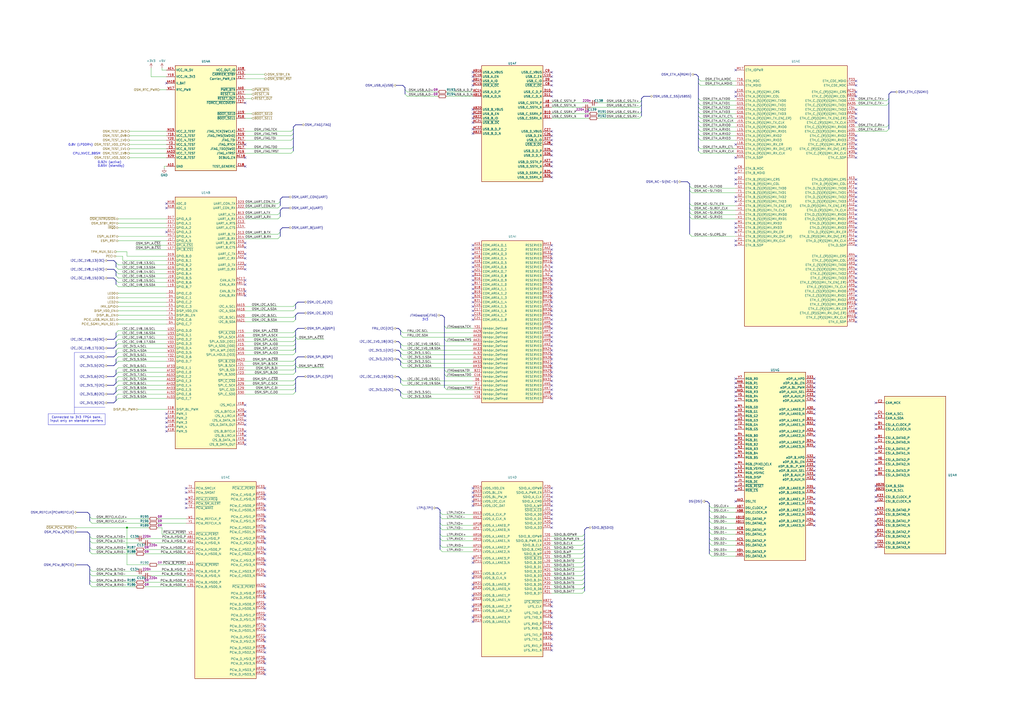
<source format=kicad_sch>
(kicad_sch (version 20250114) (generator "eeschema") (generator_version "9.0")
  (paper "A2")
  (title_block (title "BMC Reference Carrier Board") (date "2025-08-14") (rev "1.0.0"))
  (text "CPU_NVCC_BBSM" (at 50.292 89.154 0) (effects (font (size 1.27 1.27))))
  (text "Connected to 3V3 FPGA bank,\ninput only on standard carriers" (at 44.45 243.205 0) (effects (font (size 1.27 1.27))))
  (text "0.92V (active)\n0.65V (standby)" (at 56.642 95.25 0) (effects (font (size 1.27 1.27)) (justify left)))
  (text "3V3\n" (at 246.634 185.42 0) (effects (font (size 1.27 1.27))))
  (text "0.8V (LPDDR4)" (at 46.736 84.074 0) (effects (font (size 1.27 1.27))))
  (junction (at 73.66 306.07))
  (no_connect (at 274.32 293.37))
  (no_connect (at 274.32 354.33))
  (no_connect (at 496.57 68.58))
  (no_connect (at 496.57 132.08))
  (no_connect (at 274.32 142.24))
  (no_connect (at 320.04 215.9))
  (no_connect (at 320.04 100.33))
  (no_connect (at 472.44 292.1))
  (no_connect (at 320.04 203.2))
  (no_connect (at 496.57 139.7))
  (no_connect (at 153.67 331.47))
  (no_connect (at 320.04 370.84))
  (no_connect (at 472.44 304.8))
  (no_connect (at 320.04 177.8))
  (no_connect (at 508 233.68))
  (no_connect (at 142.24 153.67))
  (no_connect (at 142.24 243.84))
  (no_connect (at 426.72 100.33))
  (no_connect (at 274.32 63.5))
  (no_connect (at 142.24 143.51))
  (no_connect (at 274.32 323.85))
  (no_connect (at 142.24 238.76))
  (no_connect (at 320.04 193.04))
  (no_connect (at 153.67 372.11))
  (no_connect (at 96.52 48.26))
  (no_connect (at 496.57 121.92))
  (no_connect (at 496.57 151.13))
  (no_connect (at 496.57 71.12))
  (no_connect (at 320.04 298.45))
  (no_connect (at 426.72 219.71))
  (no_connect (at 153.67 365.76))
  (no_connect (at 153.67 321.31))
  (no_connect (at 496.57 106.68))
  (no_connect (at 320.04 170.18))
  (no_connect (at 496.57 66.04))
  (no_connect (at 426.72 229.87))
  (no_connect (at 472.44 240.03))
  (no_connect (at 107.95 294.64))
  (no_connect (at 153.67 289.56))
  (no_connect (at 320.04 147.32))
  (no_connect (at 96.52 134.62))
  (no_connect (at 142.24 234.95))
  (no_connect (at 496.57 142.24))
  (no_connect (at 508 302.26))
  (no_connect (at 496.57 88.9))
  (no_connect (at 274.32 360.68))
  (no_connect (at 153.67 359.41))
  (no_connect (at 142.24 83.82))
  (no_connect (at 274.32 77.47))
  (no_connect (at 142.24 171.45))
  (no_connect (at 426.72 97.79))
  (no_connect (at 426.72 129.54))
  (no_connect (at 496.57 78.74))
  (no_connect (at 153.67 314.96))
  (no_connect (at 426.72 104.14))
  (no_connect (at 426.72 134.62))
  (no_connect (at 496.57 46.99))
  (no_connect (at 320.04 152.4))
  (no_connect (at 426.72 40.64))
  (no_connect (at 426.72 227.33))
  (no_connect (at 496.57 83.82))
  (no_connect (at 472.44 219.71))
  (no_connect (at 274.32 165.1))
  (no_connect (at 496.57 176.53))
  (no_connect (at 508 254))
  (no_connect (at 496.57 148.59))
  (no_connect (at 496.57 173.99))
  (no_connect (at 320.04 374.65))
  (no_connect (at 508 290.83))
  (no_connect (at 320.04 306.07))
  (no_connect (at 153.67 308.61))
  (no_connect (at 426.72 232.41))
  (no_connect (at 320.04 167.64))
  (no_connect (at 153.67 318.77))
  (no_connect (at 472.44 265.43))
  (no_connect (at 153.67 353.06))
  (no_connect (at 320.04 358.14))
  (no_connect (at 107.95 285.75))
  (no_connect (at 496.57 181.61))
  (no_connect (at 320.04 190.5))
  (no_connect (at 153.67 312.42))
  (no_connect (at 153.67 306.07))
  (no_connect (at 472.44 270.51))
  (no_connect (at 496.57 129.54))
  (no_connect (at 320.04 213.36))
  (no_connect (at 320.04 53.34))
  (no_connect (at 274.32 152.4))
  (no_connect (at 274.32 326.39))
  (no_connect (at 426.72 246.38))
  (no_connect (at 508 288.29))
  (no_connect (at 472.44 267.97))
  (no_connect (at 142.24 165.1))
  (no_connect (at 508 269.24))
  (no_connect (at 320.04 231.14))
  (no_connect (at 320.04 351.79))
  (no_connect (at 142.24 96.52))
  (no_connect (at 142.24 255.27))
  (no_connect (at 96.52 240.03))
  (no_connect (at 496.57 49.53))
  (no_connect (at 153.67 295.91))
  (no_connect (at 496.57 81.28))
  (no_connect (at 320.04 78.74))
  (no_connect (at 274.32 162.56))
  (no_connect (at 320.04 187.96))
  (no_connect (at 320.04 288.29))
  (no_connect (at 320.04 185.42))
  (no_connect (at 274.32 341.63))
  (no_connect (at 472.44 252.73))
  (no_connect (at 142.24 140.97))
  (no_connect (at 426.72 269.24))
  (no_connect (at 142.24 156.21))
  (no_connect (at 320.04 361.95))
  (no_connect (at 426.72 91.44))
  (no_connect (at 274.32 154.94))
  (no_connect (at 496.57 166.37))
  (no_connect (at 508 242.57))
  (no_connect (at 496.57 114.3))
  (no_connect (at 274.32 71.12))
  (no_connect (at 508 266.7))
  (no_connect (at 320.04 220.98))
  (no_connect (at 426.72 236.22))
  (no_connect (at 508 311.15))
  (no_connect (at 142.24 252.73))
  (no_connect (at 496.57 104.14))
  (no_connect (at 426.72 279.4))
  (no_connect (at 320.04 283.21))
  (no_connect (at 142.24 149.86))
  (no_connect (at 153.67 356.87))
  (no_connect (at 320.04 41.91))
  (no_connect (at 496.57 161.29))
  (no_connect (at 96.52 118.11))
  (no_connect (at 320.04 200.66))
  (no_connect (at 426.72 271.78))
  (no_connect (at 320.04 290.83))
  (no_connect (at 426.72 248.92))
  (no_connect (at 472.44 285.75))
  (no_connect (at 426.72 132.08))
  (no_connect (at 320.04 364.49))
  (no_connect (at 320.04 49.53))
  (no_connect (at 153.67 340.36))
  (no_connect (at 320.04 90.17))
  (no_connect (at 472.44 224.79))
  (no_connect (at 426.72 284.48))
  (no_connect (at 274.32 332.74))
  (no_connect (at 153.67 388.62))
  (no_connect (at 153.67 375.92))
  (no_connect (at 96.52 250.19))
  (no_connect (at 320.04 195.58))
  (no_connect (at 320.04 144.78))
  (no_connect (at 508 273.05))
  (no_connect (at 274.32 335.28))
  (no_connect (at 472.44 302.26))
  (no_connect (at 274.32 44.45))
  (no_connect (at 142.24 168.91))
  (no_connect (at 320.04 218.44))
  (no_connect (at 472.44 283.21))
  (no_connect (at 508 246.38))
  (no_connect (at 320.04 157.48))
  (no_connect (at 508 262.89))
  (no_connect (at 320.04 208.28))
  (no_connect (at 508 275.59))
  (no_connect (at 320.04 210.82))
  (no_connect (at 320.04 228.6))
  (no_connect (at 472.44 278.13))
  (no_connect (at 107.95 283.21))
  (no_connect (at 320.04 149.86))
  (no_connect (at 320.04 46.99))
  (no_connect (at 426.72 281.94))
  (no_connect (at 426.72 290.83))
  (no_connect (at 320.04 83.82))
  (no_connect (at 426.72 243.84))
  (no_connect (at 426.72 257.81))
  (no_connect (at 426.72 116.84))
  (no_connect (at 153.67 287.02))
  (no_connect (at 142.24 162.56))
  (no_connect (at 142.24 241.3))
  (no_connect (at 320.04 300.99))
  (no_connect (at 496.57 109.22))
  (no_connect (at 426.72 274.32))
  (no_connect (at 320.04 180.34))
  (no_connect (at 472.44 250.19))
  (no_connect (at 96.52 245.11))
  (no_connect (at 320.04 223.52))
  (no_connect (at 274.32 283.21))
  (no_connect (at 274.32 177.8))
  (no_connect (at 274.32 167.64))
  (no_connect (at 153.67 384.81))
  (no_connect (at 320.04 226.06))
  (no_connect (at 320.04 142.24))
  (no_connect (at 142.24 246.38))
  (no_connect (at 496.57 179.07))
  (no_connect (at 274.32 46.99))
  (no_connect (at 96.52 247.65))
  (no_connect (at 472.44 246.38))
  (no_connect (at 274.32 175.26))
  (no_connect (at 320.04 102.87))
  (no_connect (at 426.72 106.68))
  (no_connect (at 496.57 186.69))
  (no_connect (at 472.44 229.87))
  (no_connect (at 320.04 165.1))
  (no_connect (at 142.24 257.81))
  (no_connect (at 426.72 252.73))
  (no_connect (at 320.04 87.63))
  (no_connect (at 274.32 182.88))
  (no_connect (at 426.72 139.7))
  (no_connect (at 472.44 243.84))
  (no_connect (at 320.04 44.45))
  (no_connect (at 472.44 298.45))
  (no_connect (at 508 314.96))
  (no_connect (at 320.04 182.88))
  (no_connect (at 472.44 237.49))
  (no_connect (at 153.67 283.21))
  (no_connect (at 153.67 346.71))
  (no_connect (at 426.72 55.88))
  (no_connect (at 274.32 288.29))
  (no_connect (at 496.57 158.75))
  (no_connect (at 426.72 142.24))
  (no_connect (at 274.32 41.91))
  (no_connect (at 496.57 153.67))
  (no_connect (at 107.95 289.56))
  (no_connect (at 508 304.8))
  (no_connect (at 320.04 175.26))
  (no_connect (at 320.04 81.28))
  (no_connect (at 274.32 172.72))
  (no_connect (at 274.32 160.02))
  (no_connect (at 274.32 66.04))
  (no_connect (at 320.04 293.37))
  (no_connect (at 508 248.92))
  (no_connect (at 274.32 68.58))
  (no_connect (at 274.32 347.98))
  (no_connect (at 274.32 185.42))
  (no_connect (at 142.24 250.19))
  (no_connect (at 496.57 156.21))
  (no_connect (at 496.57 127))
  (no_connect (at 274.32 345.44))
  (no_connect (at 153.67 350.52))
  (no_connect (at 472.44 295.91))
  (no_connect (at 274.32 74.93))
  (no_connect (at 320.04 368.3))
  (no_connect (at 274.32 290.83))
  (no_connect (at 426.72 260.35))
  (no_connect (at 426.72 224.79))
  (no_connect (at 320.04 303.53))
  (no_connect (at 142.24 91.44))
  (no_connect (at 426.72 276.86))
  (no_connect (at 320.04 76.2))
  (no_connect (at 274.32 147.32))
  (no_connect (at 508 317.5))
  (no_connect (at 274.32 180.34))
  (no_connect (at 496.57 171.45))
  (no_connect (at 496.57 111.76))
  (no_connect (at 153.67 325.12))
  (no_connect (at 496.57 168.91))
  (no_connect (at 96.52 242.57))
  (no_connect (at 153.67 344.17))
  (no_connect (at 472.44 259.08))
  (no_connect (at 426.72 262.89))
  (no_connect (at 472.44 275.59))
  (no_connect (at 508 240.03))
  (no_connect (at 153.67 391.16))
  (no_connect (at 496.57 86.36))
  (no_connect (at 496.57 119.38))
  (no_connect (at 508 256.54))
  (no_connect (at 496.57 55.88))
  (no_connect (at 320.04 162.56))
  (no_connect (at 496.57 184.15))
  (no_connect (at 426.72 241.3))
  (no_connect (at 96.52 120.65))
  (no_connect (at 320.04 295.91))
  (no_connect (at 496.57 124.46))
  (no_connect (at 320.04 349.25))
  (no_connect (at 153.67 293.37))
  (no_connect (at 472.44 256.54))
  (no_connect (at 274.32 285.75))
  (no_connect (at 496.57 63.5))
  (no_connect (at 496.57 163.83))
  (no_connect (at 508 281.94))
  (no_connect (at 472.44 227.33))
  (no_connect (at 320.04 55.88))
  (no_connect (at 274.32 149.86))
  (no_connect (at 320.04 160.02))
  (no_connect (at 320.04 285.75))
  (no_connect (at 320.04 377.19))
  (no_connect (at 320.04 154.94))
  (no_connect (at 153.67 299.72))
  (no_connect (at 107.95 292.1))
  (no_connect (at 426.72 238.76))
  (no_connect (at 153.67 369.57))
  (no_connect (at 496.57 91.44))
  (no_connect (at 496.57 134.62))
  (no_connect (at 472.44 222.25))
  (no_connect (at 153.67 378.46))
  (no_connect (at 508 308.61))
  (no_connect (at 426.72 53.34))
  (no_connect (at 496.57 116.84))
  (no_connect (at 426.72 222.25))
  (no_connect (at 274.32 144.78))
  (no_connect (at 320.04 355.6))
  (no_connect (at 472.44 289.56))
  (no_connect (at 274.32 358.14))
  (no_connect (at 472.44 232.41))
  (no_connect (at 153.67 382.27))
  (no_connect (at 142.24 59.69))
  (no_connect (at 274.32 49.53))
  (no_connect (at 153.67 334.01))
  (no_connect (at 508 284.48))
  (no_connect (at 320.04 205.74))
  (no_connect (at 320.04 96.52))
  (no_connect (at 320.04 172.72))
  (no_connect (at 508 295.91))
  (no_connect (at 426.72 83.82))
  (no_connect (at 142.24 147.32))
  (no_connect (at 496.57 53.34))
  (no_connect (at 426.72 265.43))
  (no_connect (at 472.44 273.05))
  (no_connect (at 274.32 170.18))
  (no_connect (at 274.32 351.79))
  (no_connect (at 153.67 302.26))
  (no_connect (at 508 260.35))
  (no_connect (at 153.67 363.22))
  (no_connect (at 320.04 198.12))
  (no_connect (at 426.72 255.27))
  (no_connect (at 320.04 93.98))
  (no_connect (at 508 298.45))
  (no_connect (at 153.67 327.66))
  (no_connect (at 426.72 114.3))
  (no_connect (at 274.32 339.09))
  (no_connect (at 496.57 137.16))
  (no_connect (at 274.32 157.48))
  (bus_entry (at 339.09 322.58) (size -1.27 1.27))
  (bus_entry (at 234.95 54.61) (size 1.27 1.27))
  (bus_entry (at 52.07 339.09) (size 1.27 1.27))
  (bus_entry (at 171.45 204.47) (size -1.27 1.27))
  (bus_entry (at 67.31 222.25) (size 1.27 -1.27))
  (bus_entry (at 515.62 74.93) (size -1.27 1.27))
  (bus_entry (at 411.48 318.77) (size 1.27 1.27))
  (bus_entry (at 170.18 74.93) (size -1.27 1.27))
  (bus_entry (at 67.31 227.33) (size 1.27 -1.27))
  (bus_entry (at 339.09 314.96) (size -1.27 1.27))
  (bus_entry (at 67.31 208.28) (size 1.27 -1.27))
  (bus_entry (at 67.31 200.66) (size 1.27 -1.27))
  (bus_entry (at 411.48 293.37) (size 1.27 1.27))
  (bus_entry (at 372.11 58.42) (size -1.27 1.27))
  (bus_entry (at 162.56 137.16) (size -1.27 1.27))
  (bus_entry (at 67.31 210.82) (size 1.27 -1.27))
  (bus_entry (at 171.45 213.36) (size -1.27 1.27))
  (bus_entry (at 162.56 134.62) (size -1.27 1.27))
  (bus_entry (at 400.05 125.73) (size 1.27 1.27))
  (bus_entry (at 339.09 340.36) (size -1.27 1.27))
  (bus_entry (at 171.45 201.93) (size -1.27 1.27))
  (bus_entry (at 232.41 222.25) (size 1.27 1.27))
  (bus_entry (at 339.09 320.04) (size -1.27 1.27))
  (bus_entry (at 232.41 209.55) (size 1.27 1.27))
  (bus_entry (at 162.56 116.84) (size -1.27 1.27))
  (bus_entry (at 339.09 332.74) (size -1.27 1.27))
  (bus_entry (at 67.31 157.48) (size 1.27 1.27))
  (bus_entry (at 67.31 198.12) (size 1.27 -1.27))
  (bus_entry (at 400.05 135.89) (size 1.27 1.27))
  (bus_entry (at 67.31 195.58) (size 1.27 -1.27))
  (bus_entry (at 411.48 302.26) (size 1.27 1.27))
  (bus_entry (at 52.07 336.55) (size 1.27 1.27))
  (bus_entry (at 171.45 194.31) (size -1.27 1.27))
  (bus_entry (at 171.45 201.93) (size -1.27 1.27))
  (bus_entry (at 405.13 62.23) (size 1.27 1.27))
  (bus_entry (at 255.27 312.42) (size 1.27 1.27))
  (bus_entry (at 232.41 194.31) (size 1.27 1.27))
  (bus_entry (at 411.48 295.91) (size 1.27 1.27))
  (bus_entry (at 339.09 325.12) (size -1.27 1.27))
  (bus_entry (at 170.18 85.09) (size -1.27 1.27))
  (bus_entry (at 170.18 80.01) (size -1.27 1.27))
  (bus_entry (at 232.41 204.47) (size 1.27 1.27))
  (bus_entry (at 255.27 297.18) (size 1.27 1.27))
  (bus_entry (at 405.13 64.77) (size 1.27 1.27))
  (bus_entry (at 52.07 317.5) (size 1.27 1.27))
  (bus_entry (at 405.13 59.69) (size 1.27 1.27))
  (bus_entry (at 67.31 165.1) (size 1.27 1.27))
  (bus_entry (at 171.45 179.07) (size -1.27 1.27))
  (bus_entry (at 232.41 207.01) (size 1.27 1.27))
  (bus_entry (at 405.13 67.31) (size 1.27 1.27))
  (bus_entry (at 171.45 210.82) (size -1.27 1.27))
  (bus_entry (at 411.48 321.31) (size 1.27 1.27))
  (bus_entry (at 255.27 306.07) (size 1.27 1.27))
  (bus_entry (at 405.13 45.72) (size 1.27 1.27))
  (bus_entry (at 411.48 306.07) (size 1.27 1.27))
  (bus_entry (at 171.45 196.85) (size -1.27 1.27))
  (bus_entry (at 232.41 199.39) (size 1.27 1.27))
  (bus_entry (at 52.07 302.26) (size 1.27 1.27))
  (bus_entry (at 411.48 312.42) (size 1.27 1.27))
  (bus_entry (at 232.41 212.09) (size 1.27 1.27))
  (bus_entry (at 171.45 191.77) (size -1.27 1.27))
  (bus_entry (at 400.05 107.95) (size 1.27 1.27))
  (bus_entry (at 405.13 72.39) (size 1.27 1.27))
  (bus_entry (at 67.31 203.2) (size 1.27 -1.27))
  (bus_entry (at 339.09 340.36) (size -1.27 1.27))
  (bus_entry (at 372.11 60.96) (size -1.27 1.27))
  (bus_entry (at 171.45 219.71) (size -1.27 1.27))
  (bus_entry (at 400.05 110.49) (size 1.27 1.27))
  (bus_entry (at 411.48 308.61) (size 1.27 1.27))
  (bus_entry (at 162.56 119.38) (size -1.27 1.27))
  (bus_entry (at 339.09 309.88) (size -1.27 1.27))
  (bus_entry (at 400.05 120.65) (size 1.27 1.27))
  (bus_entry (at 257.81 189.23) (size 1.27 1.27))
  (bus_entry (at 67.31 154.94) (size 1.27 1.27))
  (bus_entry (at 339.09 312.42) (size -1.27 1.27))
  (bus_entry (at 232.41 229.87) (size 1.27 1.27))
  (bus_entry (at 400.05 123.19) (size 1.27 1.27))
  (bus_entry (at 171.45 199.39) (size -1.27 1.27))
  (bus_entry (at 257.81 214.63) (size 1.27 1.27))
  (bus_entry (at 405.13 74.93) (size 1.27 1.27))
  (bus_entry (at 171.45 215.9) (size -1.27 1.27))
  (bus_entry (at 257.81 196.85) (size 1.27 1.27))
  (bus_entry (at 405.13 85.09) (size 1.27 1.27))
  (bus_entry (at 67.31 193.04) (size 1.27 -1.27))
  (bus_entry (at 405.13 87.63) (size 1.27 1.27))
  (bus_entry (at 339.09 337.82) (size -1.27 1.27))
  (bus_entry (at 255.27 316.23) (size 1.27 1.27))
  (bus_entry (at 372.11 64.77) (size -1.27 1.27))
  (bus_entry (at 400.05 118.11) (size 1.27 1.27))
  (bus_entry (at 52.07 313.69) (size 1.27 1.27))
  (bus_entry (at 257.81 224.79) (size 1.27 1.27))
  (bus_entry (at 257.81 217.17) (size 1.27 1.27))
  (bus_entry (at 372.11 67.31) (size -1.27 1.27))
  (bus_entry (at 405.13 80.01) (size 1.27 1.27))
  (bus_entry (at 515.62 72.39) (size -1.27 1.27))
  (bus_entry (at 405.13 77.47) (size 1.27 1.27))
  (bus_entry (at 52.07 332.74) (size 1.27 1.27))
  (bus_entry (at 162.56 125.73) (size -1.27 1.27))
  (bus_entry (at 67.31 152.4) (size 1.27 1.27))
  (bus_entry (at 405.13 69.85) (size 1.27 1.27))
  (bus_entry (at 339.09 327.66) (size -1.27 1.27))
  (bus_entry (at 232.41 201.93) (size 1.27 1.27))
  (bus_entry (at 67.31 162.56) (size 1.27 1.27))
  (bus_entry (at 255.27 299.72) (size 1.27 1.27))
  (bus_entry (at 171.45 195.58) (size 1.27 1.27))
  (bus_entry (at 170.18 87.63) (size -1.27 1.27))
  (bus_entry (at 339.09 335.28) (size -1.27 1.27))
  (bus_entry (at 339.09 317.5) (size -1.27 1.27))
  (bus_entry (at 67.31 160.02) (size 1.27 1.27))
  (bus_entry (at 171.45 176.53) (size -1.27 1.27))
  (bus_entry (at 255.27 303.53) (size 1.27 1.27))
  (bus_entry (at 339.09 342.9) (size -1.27 1.27))
  (bus_entry (at 411.48 299.72) (size 1.27 1.27))
  (bus_entry (at 67.31 205.74) (size 1.27 -1.27))
  (bus_entry (at 67.31 232.41) (size 1.27 -1.27))
  (bus_entry (at 405.13 48.26) (size 1.27 1.27))
  (bus_entry (at 171.45 185.42) (size -1.27 1.27))
  (bus_entry (at 67.31 217.17) (size 1.27 -1.27))
  (bus_entry (at 171.45 222.25) (size -1.27 1.27))
  (bus_entry (at 405.13 57.15) (size 1.27 1.27))
  (bus_entry (at 67.31 214.63) (size 1.27 -1.27))
  (bus_entry (at 52.07 311.15) (size 1.27 1.27))
  (bus_entry (at 339.09 330.2) (size -1.27 1.27))
  (bus_entry (at 52.07 320.04) (size 1.27 1.27))
  (bus_entry (at 515.62 59.69) (size -1.27 1.27))
  (bus_entry (at 515.62 57.15) (size -1.27 1.27))
  (bus_entry (at 171.45 224.79) (size -1.27 1.27))
  (bus_entry (at 67.31 224.79) (size 1.27 -1.27))
  (bus_entry (at 52.07 330.2) (size 1.27 1.27))
  (bus_entry (at 232.41 219.71) (size 1.27 1.27))
  (bus_entry (at 170.18 77.47) (size -1.27 1.27))
  (bus_entry (at 171.45 208.28) (size -1.27 1.27))
  (bus_entry (at 255.27 318.77) (size 1.27 1.27))
  (bus_entry (at 232.41 227.33) (size 1.27 1.27))
  (bus_entry (at 67.31 229.87) (size 1.27 -1.27))
  (bus_entry (at 255.27 309.88) (size 1.27 1.27))
  (bus_entry (at 234.95 52.07) (size 1.27 1.27))
  (bus_entry (at 171.45 182.88) (size -1.27 1.27))
  (bus_entry (at 52.07 299.72) (size 1.27 1.27))
  (bus_entry (at 171.45 212.09) (size 1.27 1.27))
  (bus_entry (at 411.48 314.96) (size 1.27 1.27))
  (bus_entry (at 171.45 227.33) (size -1.27 1.27))
  (bus_entry (at 67.31 219.71) (size 1.27 -1.27))
  (bus_entry (at 162.56 123.19) (size -1.27 1.27))
  (bus_entry (at 232.41 191.77) (size 1.27 1.27))
  (wire (pts (xy 91.44 300.99) (xy 107.95 300.99)))
  (bus (pts (xy 233.68 49.53) (xy 234.95 50.8)))
  (wire (pts (xy 74.93 78.74) (xy 96.52 78.74)))
  (wire (pts (xy 68.58 201.93) (xy 96.52 201.93)))
  (wire (pts (xy 320.04 62.23) (xy 337.82 62.23)))
  (polyline (pts (xy 27.94 240.03) (xy 43.18 240.03)))
  (bus (pts (xy 229.87 226.06) (xy 231.14 226.06)))
  (bus (pts (xy 411.48 312.42) (xy 411.48 314.96)))
  (wire (pts (xy 142.24 198.12) (xy 170.18 198.12)))
  (bus (pts (xy 171.45 210.82) (xy 171.45 212.09)))
  (wire (pts (xy 68.58 191.77) (xy 96.52 191.77)))
  (wire (pts (xy 256.54 298.45) (xy 274.32 298.45)))
  (wire (pts (xy 146.05 66.04) (xy 142.24 66.04)))
  (wire (pts (xy 320.04 313.69) (xy 337.82 313.69)))
  (bus (pts (xy 339.09 340.36) (xy 339.09 342.9)))
  (bus (pts (xy 231.14 198.12) (xy 232.41 199.39)))
  (wire (pts (xy 406.4 66.04) (xy 426.72 66.04)))
  (wire (pts (xy 87.63 44.45) (xy 87.63 39.37)))
  (bus (pts (xy 405.13 48.26) (xy 405.13 57.15)))
  (bus (pts (xy 411.48 299.72) (xy 411.48 302.26)))
  (wire (pts (xy 256.54 317.5) (xy 274.32 317.5)))
  (wire (pts (xy 142.24 118.11) (xy 161.29 118.11)))
  (wire (pts (xy 412.75 300.99) (xy 426.72 300.99)))
  (bus (pts (xy 403.86 43.18) (xy 405.13 44.45)))
  (wire (pts (xy 256.54 304.8) (xy 274.32 304.8)))
  (wire (pts (xy 83.82 337.82) (xy 107.95 337.82)))
  (wire (pts (xy 320.04 318.77) (xy 337.82 318.77)))
  (bus (pts (xy 52.07 311.15) (xy 52.07 313.69)))
  (wire (pts (xy 68.58 204.47) (xy 96.52 204.47)))
  (wire (pts (xy 82.55 314.96) (xy 53.34 314.96)))
  (bus (pts (xy 405.13 45.72) (xy 405.13 48.26)))
  (bus (pts (xy 171.45 201.93) (xy 171.45 204.47)))
  (bus (pts (xy 339.09 335.28) (xy 339.09 337.82)))
  (wire (pts (xy 153.67 45.72) (xy 142.24 45.72)))
  (bus (pts (xy 170.18 74.93) (xy 170.18 77.47)))
  (bus (pts (xy 394.97 105.41) (xy 398.78 105.41)))
  (wire (pts (xy 233.68 203.2) (xy 274.32 203.2)))
  (wire (pts (xy 68.58 163.83) (xy 96.52 163.83)))
  (bus (pts (xy 405.13 67.31) (xy 405.13 69.85)))
  (wire (pts (xy 412.75 313.69) (xy 426.72 313.69)))
  (bus (pts (xy 257.81 214.63) (xy 257.81 217.17)))
  (bus (pts (xy 171.45 224.79) (xy 171.45 227.33)))
  (wire (pts (xy 68.58 180.34) (xy 96.52 180.34)))
  (wire (pts (xy 93.98 309.88) (xy 107.95 309.88)))
  (bus (pts (xy 229.87 49.53) (xy 233.68 49.53)))
  (wire (pts (xy 426.72 137.16) (xy 401.32 137.16)))
  (bus (pts (xy 52.07 328.93) (xy 52.07 330.2)))
  (wire (pts (xy 142.24 212.09) (xy 170.18 212.09)))
  (bus (pts (xy 67.31 227.33) (xy 67.31 224.79)))
  (wire (pts (xy 172.72 196.85) (xy 187.96 196.85)))
  (bus (pts (xy 229.87 208.28) (xy 231.14 208.28)))
  (bus (pts (xy 167.64 132.08) (xy 163.83 132.08)))
  (bus (pts (xy 171.45 213.36) (xy 171.45 215.9)))
  (wire (pts (xy 68.58 158.75) (xy 96.52 158.75)))
  (bus (pts (xy 516.89 53.34) (xy 519.43 53.34)))
  (wire (pts (xy 142.24 124.46) (xy 161.29 124.46)))
  (wire (pts (xy 142.24 127) (xy 161.29 127)))
  (bus (pts (xy 162.56 121.92) (xy 162.56 123.19)))
  (bus (pts (xy 405.13 85.09) (xy 405.13 87.63)))
  (wire (pts (xy 233.68 205.74) (xy 274.32 205.74)))
  (bus (pts (xy 66.04 228.6) (xy 67.31 227.33)))
  (bus (pts (xy 67.31 205.74) (xy 67.31 203.2)))
  (bus (pts (xy 341.63 306.07) (xy 340.36 306.07)))
  (bus (pts (xy 339.09 330.2) (xy 339.09 332.74)))
  (wire (pts (xy 236.22 55.88) (xy 254 55.88)))
  (wire (pts (xy 87.63 314.96) (xy 107.95 314.96)))
  (wire (pts (xy 320.04 321.31) (xy 337.82 321.31)))
  (wire (pts (xy 233.68 200.66) (xy 274.32 200.66)))
  (wire (pts (xy 83.82 321.31) (xy 107.95 321.31)))
  (bus (pts (xy 44.45 327.66) (xy 50.8 327.66)))
  (bus (pts (xy 67.31 152.4) (xy 67.31 154.94)))
  (bus (pts (xy 66.04 207.01) (xy 67.31 205.74)))
  (wire (pts (xy 68.58 196.85) (xy 96.52 196.85)))
  (wire (pts (xy 412.75 297.18) (xy 426.72 297.18)))
  (wire (pts (xy 68.58 170.18) (xy 96.52 170.18)))
  (bus (pts (xy 67.31 195.58) (xy 67.31 193.04)))
  (wire (pts (xy 146.05 52.07) (xy 142.24 52.07)))
  (wire (pts (xy 68.58 161.29) (xy 96.52 161.29)))
  (bus (pts (xy 50.8 327.66) (xy 52.07 328.93)))
  (bus (pts (xy 170.18 77.47) (xy 170.18 80.01)))
  (bus (pts (xy 254 294.64) (xy 255.27 295.91)))
  (bus (pts (xy 515.62 72.39) (xy 515.62 74.93)))
  (wire (pts (xy 256.54 311.15) (xy 274.32 311.15)))
  (wire (pts (xy 142.24 209.55) (xy 170.18 209.55)))
  (wire (pts (xy 91.44 303.53) (xy 107.95 303.53)))
  (bus (pts (xy 232.41 204.47) (xy 232.41 207.01)))
  (bus (pts (xy 339.09 307.34) (xy 340.36 306.07)))
  (bus (pts (xy 231.14 190.5) (xy 232.41 191.77)))
  (wire (pts (xy 83.82 340.36) (xy 107.95 340.36)))
  (wire (pts (xy 401.32 121.92) (xy 426.72 121.92)))
  (bus (pts (xy 373.38 55.88) (xy 372.11 57.15)))
  (wire (pts (xy 142.24 120.65) (xy 161.29 120.65)))
  (wire (pts (xy 259.08 198.12) (xy 274.32 198.12)))
  (wire (pts (xy 496.57 73.66) (xy 514.35 73.66)))
  (wire (pts (xy 320.04 326.39) (xy 337.82 326.39)))
  (wire (pts (xy 83.82 312.42) (xy 107.95 312.42)))
  (wire (pts (xy 233.68 208.28) (xy 274.32 208.28)))
  (bus (pts (xy 372.11 58.42) (xy 372.11 60.96)))
  (bus (pts (xy 231.14 226.06) (xy 232.41 227.33)))
  (wire (pts (xy 320.04 323.85) (xy 337.82 323.85)))
  (wire (pts (xy 73.66 146.05) (xy 73.66 148.59)))
  (wire (pts (xy 142.24 180.34) (xy 170.18 180.34)))
  (wire (pts (xy 93.98 306.07) (xy 93.98 309.88)))
  (wire (pts (xy 68.58 199.39) (xy 96.52 199.39)))
  (wire (pts (xy 259.08 53.34) (xy 274.32 53.34)))
  (bus (pts (xy 172.72 218.44) (xy 171.45 219.71)))
  (wire (pts (xy 78.74 312.42) (xy 53.34 312.42)))
  (wire (pts (xy 74.93 81.28) (xy 96.52 81.28)))
  (bus (pts (xy 400.05 125.73) (xy 400.05 135.89)))
  (wire (pts (xy 91.44 306.07) (xy 93.98 306.07)))
  (wire (pts (xy 142.24 228.6) (xy 170.18 228.6)))
  (wire (pts (xy 68.58 139.7) (xy 96.52 139.7)))
  (bus (pts (xy 176.53 190.5) (xy 172.72 190.5)))
  (bus (pts (xy 400.05 107.95) (xy 400.05 110.49)))
  (bus (pts (xy 515.62 54.61) (xy 515.62 57.15)))
  (bus (pts (xy 411.48 318.77) (xy 411.48 321.31)))
  (wire (pts (xy 96.52 44.45) (xy 87.63 44.45)))
  (wire (pts (xy 320.04 316.23) (xy 337.82 316.23)))
  (wire (pts (xy 68.58 226.06) (xy 96.52 226.06)))
  (wire (pts (xy 142.24 217.17) (xy 170.18 217.17)))
  (bus (pts (xy 52.07 298.45) (xy 52.07 299.72)))
  (bus (pts (xy 232.41 199.39) (xy 232.41 201.93)))
  (wire (pts (xy 168.91 86.36) (xy 142.24 86.36)))
  (wire (pts (xy 168.91 78.74) (xy 142.24 78.74)))
  (wire (pts (xy 406.4 88.9) (xy 426.72 88.9)))
  (wire (pts (xy 412.75 303.53) (xy 426.72 303.53)))
  (bus (pts (xy 339.09 327.66) (xy 339.09 330.2)))
  (bus (pts (xy 162.56 123.19) (xy 162.56 125.73)))
  (bus (pts (xy 411.48 292.1) (xy 411.48 293.37)))
  (wire (pts (xy 259.08 215.9) (xy 274.32 215.9)))
  (bus (pts (xy 232.41 191.77) (xy 232.41 194.31)))
  (bus (pts (xy 257.81 184.15) (xy 257.81 189.23)))
  (bus (pts (xy 67.31 217.17) (xy 67.31 214.63)))
  (wire (pts (xy 73.66 148.59) (xy 96.52 148.59)))
  (bus (pts (xy 255.27 295.91) (xy 255.27 297.18)))
  (bus (pts (xy 232.41 209.55) (xy 232.41 212.09)))
  (wire (pts (xy 68.58 220.98) (xy 96.52 220.98)))
  (bus (pts (xy 339.09 337.82) (xy 339.09 340.36)))
  (bus (pts (xy 339.09 320.04) (xy 339.09 322.58)))
  (wire (pts (xy 95.25 96.52) (xy 95.25 97.79)))
  (wire (pts (xy 168.91 81.28) (xy 142.24 81.28)))
  (bus (pts (xy 171.45 222.25) (xy 171.45 224.79)))
  (bus (pts (xy 515.62 59.69) (xy 515.62 72.39)))
  (wire (pts (xy 233.68 228.6) (xy 274.32 228.6)))
  (wire (pts (xy 142.24 184.15) (xy 170.18 184.15)))
  (bus (pts (xy 255.27 316.23) (xy 255.27 318.77)))
  (bus (pts (xy 372.11 60.96) (xy 372.11 64.77)))
  (wire (pts (xy 68.58 231.14) (xy 96.52 231.14)))
  (bus (pts (xy 400.05 120.65) (xy 400.05 123.19)))
  (bus (pts (xy 257.81 217.17) (xy 257.81 224.79)))
  (bus (pts (xy 66.04 156.21) (xy 67.31 157.48)))
  (bus (pts (xy 231.14 208.28) (xy 232.41 209.55)))
  (bus (pts (xy 411.48 302.26) (xy 411.48 306.07)))
  (bus (pts (xy 167.64 120.65) (xy 163.83 120.65)))
  (wire (pts (xy 44.45 306.07) (xy 73.66 306.07)))
  (wire (pts (xy 346.71 66.04) (xy 370.84 66.04)))
  (wire (pts (xy 146.05 54.61) (xy 142.24 54.61)))
  (bus (pts (xy 176.53 207.01) (xy 172.72 207.01)))
  (bus (pts (xy 162.56 134.62) (xy 162.56 137.16)))
  (polyline (pts (xy 46.99 240.03) (xy 60.96 240.03)))
  (wire (pts (xy 320.04 331.47) (xy 337.82 331.47)))
  (bus (pts (xy 171.45 72.39) (xy 170.18 73.66)))
  (wire (pts (xy 96.52 96.52) (xy 95.25 96.52)))
  (bus (pts (xy 405.13 44.45) (xy 405.13 45.72)))
  (bus (pts (xy 229.87 198.12) (xy 231.14 198.12)))
  (wire (pts (xy 78.74 340.36) (xy 53.34 340.36)))
  (wire (pts (xy 426.72 119.38) (xy 401.32 119.38)))
  (bus (pts (xy 232.41 219.71) (xy 232.41 222.25)))
  (bus (pts (xy 255.27 303.53) (xy 255.27 306.07)))
  (bus (pts (xy 62.23 156.21) (xy 66.04 156.21)))
  (bus (pts (xy 232.41 227.33) (xy 232.41 229.87)))
  (bus (pts (xy 372.11 57.15) (xy 372.11 58.42)))
  (bus (pts (xy 171.45 212.09) (xy 171.45 213.36)))
  (bus (pts (xy 339.09 322.58) (xy 339.09 325.12)))
  (wire (pts (xy 406.4 49.53) (xy 426.72 49.53)))
  (bus (pts (xy 62.23 201.93) (xy 66.04 201.93)))
  (wire (pts (xy 74.93 86.36) (xy 96.52 86.36)))
  (wire (pts (xy 496.57 76.2) (xy 514.35 76.2)))
  (bus (pts (xy 255.27 312.42) (xy 255.27 316.23)))
  (bus (pts (xy 411.48 306.07) (xy 411.48 308.61)))
  (bus (pts (xy 62.23 151.13) (xy 66.04 151.13)))
  (polyline (pts (xy 43.18 240.03) (xy 46.99 240.03)))
  (bus (pts (xy 411.48 293.37) (xy 411.48 295.91)))
  (wire (pts (xy 233.68 231.14) (xy 274.32 231.14)))
  (bus (pts (xy 62.23 212.09) (xy 66.04 212.09)))
  (bus (pts (xy 67.31 222.25) (xy 67.31 219.71)))
  (bus (pts (xy 66.04 233.68) (xy 67.31 232.41)))
  (wire (pts (xy 412.75 294.64) (xy 426.72 294.64)))
  (polyline (pts (xy 60.96 204.47) (xy 43.18 204.47)))
  (wire (pts (xy 92.71 52.07) (xy 96.52 52.07)))
  (bus (pts (xy 52.07 299.72) (xy 52.07 302.26)))
  (wire (pts (xy 68.58 166.37) (xy 96.52 166.37)))
  (wire (pts (xy 233.68 195.58) (xy 274.32 195.58)))
  (wire (pts (xy 93.98 40.64) (xy 96.52 40.64)))
  (bus (pts (xy 398.78 105.41) (xy 400.05 106.68)))
  (bus (pts (xy 50.8 308.61) (xy 52.07 309.88)))
  (bus (pts (xy 252.73 294.64) (xy 254 294.64)))
  (bus (pts (xy 339.09 332.74) (xy 339.09 335.28)))
  (bus (pts (xy 339.09 325.12) (xy 339.09 327.66)))
  (wire (pts (xy 406.4 86.36) (xy 426.72 86.36)))
  (wire (pts (xy 406.4 73.66) (xy 426.72 73.66)))
  (bus (pts (xy 339.09 312.42) (xy 339.09 314.96)))
  (wire (pts (xy 142.24 205.74) (xy 170.18 205.74)))
  (bus (pts (xy 400.05 123.19) (xy 400.05 125.73)))
  (wire (pts (xy 320.04 336.55) (xy 337.82 336.55)))
  (bus (pts (xy 405.13 62.23) (xy 405.13 64.77)))
  (bus (pts (xy 405.13 69.85) (xy 405.13 72.39)))
  (wire (pts (xy 233.68 220.98) (xy 274.32 220.98)))
  (bus (pts (xy 44.45 308.61) (xy 50.8 308.61)))
  (wire (pts (xy 83.82 318.77) (xy 107.95 318.77)))
  (bus (pts (xy 515.62 57.15) (xy 515.62 59.69)))
  (wire (pts (xy 256.54 320.04) (xy 274.32 320.04)))
  (bus (pts (xy 411.48 308.61) (xy 411.48 312.42)))
  (wire (pts (xy 142.24 220.98) (xy 170.18 220.98)))
  (bus (pts (xy 231.14 203.2) (xy 232.41 204.47)))
  (bus (pts (xy 234.95 52.07) (xy 234.95 54.61)))
  (bus (pts (xy 66.04 223.52) (xy 67.31 222.25)))
  (wire (pts (xy 146.05 57.15) (xy 142.24 57.15)))
  (bus (pts (xy 167.64 114.3) (xy 163.83 114.3)))
  (wire (pts (xy 406.4 46.99) (xy 426.72 46.99)))
  (wire (pts (xy 256.54 313.69) (xy 274.32 313.69)))
  (bus (pts (xy 62.23 218.44) (xy 66.04 218.44)))
  (bus (pts (xy 400.05 106.68) (xy 400.05 107.95)))
  (bus (pts (xy 171.45 199.39) (xy 171.45 201.93)))
  (wire (pts (xy 68.58 132.08) (xy 96.52 132.08)))
  (bus (pts (xy 66.04 151.13) (xy 67.31 152.4)))
  (bus (pts (xy 255.27 297.18) (xy 255.27 299.72)))
  (wire (pts (xy 320.04 311.15) (xy 337.82 311.15)))
  (wire (pts (xy 68.58 213.36) (xy 96.52 213.36)))
  (bus (pts (xy 234.95 50.8) (xy 234.95 52.07)))
  (wire (pts (xy 401.32 109.22) (xy 426.72 109.22)))
  (wire (pts (xy 346.71 59.69) (xy 370.84 59.69)))
  (bus (pts (xy 163.83 120.65) (xy 162.56 121.92)))
  (bus (pts (xy 405.13 80.01) (xy 405.13 85.09)))
  (wire (pts (xy 320.04 339.09) (xy 337.82 339.09)))
  (wire (pts (xy 406.4 71.12) (xy 426.72 71.12)))
  (bus (pts (xy 162.56 115.57) (xy 162.56 116.84)))
  (wire (pts (xy 68.58 223.52) (xy 96.52 223.52)))
  (wire (pts (xy 74.93 88.9) (xy 96.52 88.9)))
  (bus (pts (xy 62.23 207.01) (xy 66.04 207.01)))
  (wire (pts (xy 233.68 223.52) (xy 274.32 223.52)))
  (bus (pts (xy 257.81 189.23) (xy 257.81 196.85)))
  (wire (pts (xy 68.58 127) (xy 96.52 127)))
  (wire (pts (xy 71.12 151.13) (xy 96.52 151.13)))
  (wire (pts (xy 91.44 327.66) (xy 107.95 327.66)))
  (wire (pts (xy 256.54 300.99) (xy 274.32 300.99)))
  (bus (pts (xy 405.13 72.39) (xy 405.13 74.93)))
  (wire (pts (xy 78.74 337.82) (xy 53.34 337.82)))
  (wire (pts (xy 96.52 187.96) (xy 68.58 187.96)))
  (polyline (pts (xy 60.96 236.22) (xy 43.18 236.22)))
  (polyline (pts (xy 60.96 240.03) (xy 60.96 246.38)))
  (wire (pts (xy 68.58 194.31) (xy 96.52 194.31)))
  (bus (pts (xy 66.04 161.29) (xy 67.31 162.56)))
  (wire (pts (xy 496.57 60.96) (xy 514.35 60.96)))
  (wire (pts (xy 412.75 320.04) (xy 426.72 320.04)))
  (wire (pts (xy 496.57 58.42) (xy 514.35 58.42)))
  (wire (pts (xy 142.24 135.89) (xy 161.29 135.89)))
  (wire (pts (xy 87.63 334.01) (xy 107.95 334.01)))
  (wire (pts (xy 80.01 237.49) (xy 96.52 237.49)))
  (wire (pts (xy 67.31 146.05) (xy 73.66 146.05)))
  (bus (pts (xy 66.04 196.85) (xy 67.31 195.58)))
  (wire (pts (xy 168.91 88.9) (xy 142.24 88.9)))
  (bus (pts (xy 400.05 118.11) (xy 400.05 120.65)))
  (wire (pts (xy 236.22 53.34) (xy 254 53.34)))
  (bus (pts (xy 176.53 181.61) (xy 172.72 181.61)))
  (wire (pts (xy 320.04 344.17) (xy 337.82 344.17)))
  (bus (pts (xy 255.27 299.72) (xy 255.27 303.53)))
  (bus (pts (xy 66.04 218.44) (xy 67.31 217.17)))
  (wire (pts (xy 68.58 137.16) (xy 96.52 137.16)))
  (bus (pts (xy 170.18 80.01) (xy 170.18 85.09)))
  (wire (pts (xy 259.08 218.44) (xy 274.32 218.44)))
  (wire (pts (xy 401.32 111.76) (xy 426.72 111.76)))
  (polyline (pts (xy 60.96 246.38) (xy 27.94 246.38)))
  (bus (pts (xy 62.23 223.52) (xy 66.04 223.52)))
  (wire (pts (xy 68.58 175.26) (xy 96.52 175.26)))
  (wire (pts (xy 68.58 218.44) (xy 96.52 218.44)))
  (bus (pts (xy 231.14 218.44) (xy 232.41 219.71)))
  (bus (pts (xy 171.45 176.53) (xy 171.45 179.07)))
  (bus (pts (xy 255.27 182.88) (xy 256.54 182.88)))
  (wire (pts (xy 259.08 226.06) (xy 274.32 226.06)))
  (bus (pts (xy 255.27 309.88) (xy 255.27 312.42)))
  (wire (pts (xy 68.58 182.88) (xy 96.52 182.88)))
  (bus (pts (xy 171.45 195.58) (xy 171.45 196.85)))
  (wire (pts (xy 71.12 148.59) (xy 71.12 151.13)))
  (bus (pts (xy 62.23 161.29) (xy 66.04 161.29)))
  (wire (pts (xy 412.75 322.58) (xy 426.72 322.58)))
  (wire (pts (xy 406.4 68.58) (xy 426.72 68.58)))
  (bus (pts (xy 52.07 336.55) (xy 52.07 339.09)))
  (wire (pts (xy 142.24 177.8) (xy 170.18 177.8)))
  (wire (pts (xy 68.58 209.55) (xy 96.52 209.55)))
  (polyline (pts (xy 27.94 246.38) (xy 27.94 240.03)))
  (bus (pts (xy 176.53 218.44) (xy 172.72 218.44)))
  (bus (pts (xy 62.23 233.68) (xy 66.04 233.68)))
  (bus (pts (xy 170.18 73.66) (xy 170.18 74.93)))
  (bus (pts (xy 172.72 190.5) (xy 171.45 191.77)))
  (wire (pts (xy 412.75 307.34) (xy 426.72 307.34)))
  (wire (pts (xy 233.68 210.82) (xy 274.32 210.82)))
  (wire (pts (xy 406.4 63.5) (xy 426.72 63.5)))
  (bus (pts (xy 62.23 228.6) (xy 66.04 228.6)))
  (bus (pts (xy 372.11 64.77) (xy 372.11 67.31)))
  (wire (pts (xy 68.58 129.54) (xy 96.52 129.54)))
  (bus (pts (xy 402.59 43.18) (xy 403.86 43.18)))
  (wire (pts (xy 53.34 303.53) (xy 86.36 303.53)))
  (bus (pts (xy 67.31 232.41) (xy 67.31 229.87)))
  (bus (pts (xy 171.45 196.85) (xy 171.45 199.39)))
  (bus (pts (xy 52.07 330.2) (xy 52.07 332.74)))
  (wire (pts (xy 406.4 58.42) (xy 426.72 58.42)))
  (bus (pts (xy 411.48 292.1) (xy 410.21 290.83)))
  (wire (pts (xy 401.32 127) (xy 426.72 127)))
  (bus (pts (xy 52.07 313.69) (xy 52.07 317.5)))
  (wire (pts (xy 142.24 186.69) (xy 170.18 186.69)))
  (bus (pts (xy 408.94 290.83) (xy 410.21 290.83)))
  (bus (pts (xy 67.31 162.56) (xy 67.31 165.1)))
  (bus (pts (xy 67.31 200.66) (xy 67.31 198.12)))
  (bus (pts (xy 62.23 196.85) (xy 66.04 196.85)))
  (wire (pts (xy 406.4 76.2) (xy 426.72 76.2)))
  (bus (pts (xy 515.62 54.61) (xy 516.89 53.34)))
  (wire (pts (xy 256.54 307.34) (xy 274.32 307.34)))
  (wire (pts (xy 142.24 226.06) (xy 170.18 226.06)))
  (bus (pts (xy 229.87 190.5) (xy 231.14 190.5)))
  (wire (pts (xy 53.34 300.99) (xy 86.36 300.99)))
  (wire (pts (xy 78.74 318.77) (xy 53.34 318.77)))
  (wire (pts (xy 78.74 142.24) (xy 96.52 142.24)))
  (wire (pts (xy 320.04 59.69) (xy 341.63 59.69)))
  (bus (pts (xy 171.45 208.28) (xy 171.45 210.82)))
  (wire (pts (xy 73.66 306.07) (xy 86.36 306.07)))
  (wire (pts (xy 412.75 309.88) (xy 426.72 309.88)))
  (bus (pts (xy 229.87 218.44) (xy 231.14 218.44)))
  (wire (pts (xy 142.24 214.63) (xy 170.18 214.63)))
  (wire (pts (xy 67.31 148.59) (xy 71.12 148.59)))
  (bus (pts (xy 405.13 77.47) (xy 405.13 80.01)))
  (wire (pts (xy 68.58 172.72) (xy 96.52 172.72)))
  (bus (pts (xy 339.09 307.34) (xy 339.09 309.88)))
  (wire (pts (xy 142.24 200.66) (xy 170.18 200.66)))
  (wire (pts (xy 68.58 153.67) (xy 96.52 153.67)))
  (wire (pts (xy 142.24 193.04) (xy 170.18 193.04)))
  (wire (pts (xy 342.9 62.23) (xy 370.84 62.23)))
  (wire (pts (xy 74.93 83.82) (xy 96.52 83.82)))
  (wire (pts (xy 168.91 76.2) (xy 142.24 76.2)))
  (polyline (pts (xy 43.18 204.47) (xy 43.18 240.03)))
  (wire (pts (xy 78.74 144.78) (xy 96.52 144.78)))
  (bus (pts (xy 339.09 314.96) (xy 339.09 317.5)))
  (bus (pts (xy 377.19 55.88) (xy 373.38 55.88)))
  (bus (pts (xy 339.09 309.88) (xy 339.09 312.42)))
  (wire (pts (xy 86.36 327.66) (xy 73.66 327.66)))
  (wire (pts (xy 73.66 306.07) (xy 73.66 327.66)))
  (wire (pts (xy 68.58 228.6) (xy 96.52 228.6)))
  (bus (pts (xy 176.53 175.26) (xy 172.72 175.26)))
  (bus (pts (xy 162.56 133.35) (xy 162.56 134.62)))
  (wire (pts (xy 82.55 334.01) (xy 53.34 334.01)))
  (wire (pts (xy 68.58 207.01) (xy 96.52 207.01)))
  (bus (pts (xy 405.13 64.77) (xy 405.13 67.31)))
  (wire (pts (xy 412.75 316.23) (xy 426.72 316.23)))
  (wire (pts (xy 68.58 215.9) (xy 96.52 215.9)))
  (wire (pts (xy 259.08 190.5) (xy 274.32 190.5)))
  (wire (pts (xy 68.58 177.8) (xy 96.52 177.8)))
  (wire (pts (xy 320.04 66.04) (xy 341.63 66.04)))
  (wire (pts (xy 146.05 68.58) (xy 142.24 68.58)))
  (wire (pts (xy 93.98 39.37) (xy 93.98 40.64)))
  (bus (pts (xy 255.27 306.07) (xy 255.27 309.88)))
  (wire (pts (xy 142.24 138.43) (xy 161.29 138.43)))
  (wire (pts (xy 406.4 81.28) (xy 426.72 81.28)))
  (wire (pts (xy 78.74 331.47) (xy 53.34 331.47)))
  (bus (pts (xy 50.8 297.18) (xy 52.07 298.45)))
  (wire (pts (xy 83.82 331.47) (xy 107.95 331.47)))
  (bus (pts (xy 66.04 201.93) (xy 67.31 200.66)))
  (wire (pts (xy 233.68 193.04) (xy 274.32 193.04)))
  (bus (pts (xy 66.04 212.09) (xy 67.31 210.82)))
  (bus (pts (xy 405.13 59.69) (xy 405.13 62.23)))
  (bus (pts (xy 405.13 57.15) (xy 405.13 59.69)))
  (wire (pts (xy 142.24 203.2) (xy 170.18 203.2)))
  (bus (pts (xy 171.45 194.31) (xy 171.45 195.58)))
  (bus (pts (xy 172.72 175.26) (xy 171.45 176.53)))
  (bus (pts (xy 411.48 295.91) (xy 411.48 299.72)))
  (bus (pts (xy 411.48 314.96) (xy 411.48 318.77)))
  (wire (pts (xy 259.08 55.88) (xy 274.32 55.88)))
  (bus (pts (xy 52.07 332.74) (xy 52.07 336.55)))
  (bus (pts (xy 257.81 196.85) (xy 257.81 214.63)))
  (bus (pts (xy 171.45 182.88) (xy 171.45 185.42)))
  (wire (pts (xy 346.71 68.58) (xy 370.84 68.58)))
  (bus (pts (xy 67.31 210.82) (xy 67.31 208.28)))
  (bus (pts (xy 52.07 317.5) (xy 52.07 320.04)))
  (bus (pts (xy 172.72 181.61) (xy 171.45 182.88)))
  (wire (pts (xy 406.4 78.74) (xy 426.72 78.74)))
  (wire (pts (xy 406.4 60.96) (xy 426.72 60.96)))
  (bus (pts (xy 175.26 72.39) (xy 171.45 72.39)))
  (bus (pts (xy 172.72 207.01) (xy 171.45 208.28)))
  (wire (pts (xy 153.67 43.18) (xy 142.24 43.18)))
  (wire (pts (xy 78.74 321.31) (xy 53.34 321.31)))
  (bus (pts (xy 163.83 114.3) (xy 162.56 115.57)))
  (bus (pts (xy 171.45 191.77) (xy 171.45 194.31)))
  (wire (pts (xy 142.24 223.52) (xy 170.18 223.52)))
  (bus (pts (xy 400.05 110.49) (xy 400.05 118.11)))
  (bus (pts (xy 257.81 184.15) (xy 256.54 182.88)))
  (wire (pts (xy 74.93 76.2) (xy 96.52 76.2)))
  (bus (pts (xy 52.07 309.88) (xy 52.07 311.15)))
  (wire (pts (xy 142.24 195.58) (xy 170.18 195.58)))
  (bus (pts (xy 170.18 85.09) (xy 170.18 87.63)))
  (wire (pts (xy 68.58 185.42) (xy 96.52 185.42)))
  (bus (pts (xy 405.13 74.93) (xy 405.13 77.47)))
  (bus (pts (xy 162.56 116.84) (xy 162.56 119.38)))
  (bus (pts (xy 171.45 219.71) (xy 171.45 222.25)))
  (bus (pts (xy 67.31 157.48) (xy 67.31 160.02)))
  (bus (pts (xy 229.87 203.2) (xy 231.14 203.2)))
  (bus (pts (xy 163.83 132.08) (xy 162.56 133.35)))
  (bus (pts (xy 339.09 317.5) (xy 339.09 320.04)))
  (wire (pts (xy 68.58 156.21) (xy 96.52 156.21)))
  (wire (pts (xy 74.93 91.44) (xy 96.52 91.44)))
  (wire (pts (xy 426.72 124.46) (xy 401.32 124.46)))
  (bus (pts (xy 44.45 297.18) (xy 50.8 297.18)))
  (wire (pts (xy 320.04 68.58) (xy 341.63 68.58)))
  (wire (pts (xy 320.04 341.63) (xy 337.82 341.63)))
  (wire (pts (xy 233.68 213.36) (xy 274.32 213.36)))
  (wire (pts (xy 320.04 328.93) (xy 337.82 328.93)))
  (wire (pts (xy 320.04 334.01) (xy 337.82 334.01)))
  (wire (pts (xy 172.72 213.36) (xy 187.96 213.36)))
  (label "USB_C_SSTX_N" (at 320.04 62.23 0))
  (label "OSM_ETH_C.RX+" (at 497.84 73.66 0))
  (label "OSM_JTAG.TCK" (at 147.32 76.2 0))
  (label "OSM_I2C_B.SDA" (at 146.05 186.69 0))
  (label "OSM_REFCLK.CLK+" (at 55.88 300.99 0))
  (label "PCIe_B_HSI0_N" (at 107.95 334.01 180))
  (label "OSM_SPI_A.IO2" (at 161.29 203.2 180))
  (label "I2C_3V3_4.SCL" (at 85.09 201.93 180))
  (label "OSM_UART_A.TX" (at 142.24 124.46 0))
  (label "LTPI.RXD-" (at 259.08 320.04 0))
  (label "USB_C_SSRX_N" (at 320.04 68.58 0))
  (label "OSM_PCIe_B.RX0-" (at 55.88 340.36 0))
  (label "OSM_ETH_A.TX_CTL" (at 407.67 68.58 0))
  (label "PCIe_B_HSI0_P" (at 107.95 331.47 180))
  (label "DSI.D2-" (at 414.02 316.23 0))
  (label "I2C_3V3_8.SDA" (at 85.09 226.06 180))
  (label "JTAG_{MASTER}.TDI" (at 259.08 215.9 0))
  (label "PCIe_A_HSO0_P" (at 107.95 318.77 180))
  (label "SDIO_B.~{CD}" (at 321.31 323.85 0))
  (label "SDIO_B.IOPWR" (at 321.31 311.15 0))
  (label "I2C_3V3_6.SCL" (at 85.09 213.36 180))
  (label "LTPI.RXCK-" (at 259.08 313.69 0))
  (label "SDIO_B.DAT1" (at 321.31 328.93 0))
  (label "OSM_ETH_A.TXD2" (at 407.67 63.5 0))
  (label "SDIO_B.DAT2" (at 321.31 331.47 0))
  (label "I2C_I3C_1V8_16.SCL" (at 90.17 191.77 180))
  (label "I2C_3V3_2.SDA" (at 236.22 213.36 0))
  (label "OSM_SPI_A.SCK" (at 161.29 195.58 180))
  (label "JTAG_{MASTER}.TRST" (at 259.08 226.06 0))
  (label "PCIe_B_HSO0_P" (at 107.95 337.82 180))
  (label "LTPI.TXCK+" (at 259.08 298.45 0))
  (label "OSM_NC-SI.TXD1" (at 402.59 111.76 0))
  (label "OSM_ETH_A.RXD1" (at 407.67 76.2 0))
  (label "OSM_REFCLK.CLK-" (at 55.88 303.53 0))
  (label "DSI.CLK+" (at 414.02 294.64 0))
  (label "OSM_UART_A.RX" (at 142.24 127 0))
  (label "OSM_UART_CON.RX" (at 142.24 120.65 0))
  (label "OSM_NC-SI.RXD1" (at 402.59 127 0))
  (label "OSM_ETH_A.RX_CLK" (at 407.67 88.9 0))
  (label "OSM_USB_C_SS.RX+" (at 351.79 66.04 0))
  (label "OSM_USB_A.D-" (at 251.46 55.88 180))
  (label "I2C_I3C_1V8_17.SCL" (at 90.17 196.85 180))
  (label "I2C_I3C_1V8_14.SCL" (at 90.17 158.75 180))
  (label "I2C_3V3_8.SCL" (at 85.09 223.52 180))
  (label "LTPI.TXD+" (at 259.08 304.8 0))
  (label "OSM_PCIe_B.TX0+" (at 55.88 331.47 0))
  (label "OSM_USB_A.D+" (at 251.46 53.34 180))
  (label "OSM_PCIe_A.TX0+" (at 55.88 312.42 0))
  (label "OSM_NC-SI.CRS_DV" (at 402.59 137.16 0))
  (label "OSM_ETH_A.MDC" (at 408.94 46.99 0))
  (label "OSM_SPI_C.DI" (at 161.29 226.06 180))
  (label "OSM_ETH_A.TXD3" (at 407.67 66.04 0))
  (label "I2C_3V3_7.SDA" (at 85.09 220.98 180))
  (label "OSM_SPI_A.IO0" (at 161.29 200.66 180))
  (label "OSM_SPI_A.~{CS0}" (at 161.29 193.04 180))
  (label "SDIO_B.DAT3" (at 321.31 334.01 0))
  (label "I2C_3V3_1.SCL" (at 236.22 205.74 0))
  (label "OSM_ETH_A.RXD2" (at 407.67 78.74 0))
  (label "OSM_I2C_A.SDA" (at 146.05 180.34 0))
  (label "I2C_3V3_3.SDA" (at 236.22 231.14 0))
  (label "OSM_JTAG.TMS" (at 147.32 78.74 0))
  (label "DSI.CLK-" (at 414.02 297.18 0))
  (label "I2C_I3C_1V0_19.SDA" (at 236.22 223.52 0))
  (label "DSI.D2+" (at 414.02 313.69 0))
  (label "OSM_NC-SI.REF_CLK" (at 402.59 121.92 0))
  (label "OSM_UART_CON.TX" (at 142.24 118.11 0))
  (label "I2C_I3C_1V8_17.SDA" (at 90.17 199.39 180))
  (label "I2C_I3C_1V0_18.SCL" (at 236.22 200.66 0))
  (label "OSM_SPI_A.IO1" (at 161.29 198.12 180))
  (label "DSI.D3-" (at 414.02 322.58 0))
  (label "OSM_SPI_B.DO" (at 161.29 217.17 180))
  (label "SDIO_B.CMD" (at 321.31 318.77 0))
  (label "I2C_3V3_1.SDA" (at 236.22 208.28 0))
  (label "SDIO_B.WP" (at 321.31 321.31 0))
  (label "OSM_SPI_A.IO3" (at 161.29 205.74 180))
  (label "PCIe_A_HSO0_N" (at 107.95 321.31 180))
  (label "OSM_ETH_A.RXD3" (at 407.67 81.28 0))
  (label "OSM_JTAG.TDI" (at 147.32 81.28 0))
  (label "PCIe_B_HSO0_N" (at 107.95 340.36 180))
  (label "SDIO_B.CLK" (at 321.31 316.23 0))
  (label "OSM_JTAG.TDO" (at 147.32 86.36 0))
  (label "~{PCIe_B_PERST}" (at 107.95 327.66 180))
  (label "OSM_SPI_B.DI" (at 161.29 214.63 180))
  (label "I2C_I3C_1V0_18.SDA" (at 236.22 203.2 0))
  (label "OSM_PCIe_A.RX0-" (at 55.88 321.31 0))
  (label "DSI.D1+" (at 414.02 307.34 0))
  (label "I2C_3V3_6.SDA" (at 85.09 215.9 180))
  (label "I2C_I3C_1V8_13.SCL" (at 90.17 153.67 180))
  (label "I2C_I3C_1V8_13.SDA" (at 90.17 156.21 180))
  (label "LTPI.RXD+" (at 259.08 317.5 0))
  (label "SDIO_B.DAT7" (at 321.31 344.17 0))
  (label "I2C_3V3_9.SCL" (at 85.09 228.6 180))
  (label "OSM_UART_B.TX" (at 142.24 135.89 0))
  (label "LTPI.RXCK+" (at 259.08 311.15 0))
  (label "OSM_SPI_A.~{CS1}" (at 187.96 196.85 180))
  (label "DSI.D0-" (at 414.02 303.53 0))
  (label "OSM_ETH_A.TXD1" (at 407.67 60.96 0))
  (label "SDIO_B.DAT5" (at 321.31 339.09 0))
  (label "JTAG_{MASTER}.TMS" (at 259.08 198.12 0))
  (label "FRU_I2C.SDA" (at 236.22 195.58 0))
  (label "I2C_3V3_7.SCL" (at 85.09 218.44 180))
  (label "OSM_SPI_C.~{CS0}" (at 161.29 220.98 180))
  (label "SDIO_B.PWR_EN" (at 321.31 313.69 0))
  (label "DSI.D0+" (at 414.02 300.99 0))
  (label "OSM_PCIe_A.TX0-" (at 55.88 314.96 0))
  (label "DSI.D3+" (at 414.02 320.04 0))
  (label "I2C_I3C_1V8_15.SCL" (at 90.17 163.83 180))
  (label "I2C_3V3_3.SCL" (at 236.22 228.6 0))
  (label "OSM_ETH_A.RX_CTL" (at 407.67 86.36 0))
  (label "OSM_NC-SI.RXD0" (at 402.59 124.46 0))
  (label "OSM_PCIe_B.RX0+" (at 55.88 337.82 0))
  (label "I2C_I3C_1V8_14.SDA" (at 90.17 161.29 180))
  (label "OSM_ETH_A.TXD0" (at 407.67 58.42 0))
  (label "OSM_JTAG.TRST" (at 147.32 88.9 0))
  (label "OSM_UART_B.RX" (at 142.24 138.43 0))
  (label "I2C_I3C_1V8_16.SDA" (at 90.17 194.31 180))
  (label "USB_A_D_P" (at 274.32 53.34 180))
  (label "OSM_ETH_A.MDIO" (at 408.94 49.53 0))
  (label "I2C_I3C_1V8_15.SDA" (at 90.17 166.37 180))
  (label "I2C_3V3_4.SDA" (at 85.09 204.47 180))
  (label "I2C_I3C_1V0_19.SCL" (at 236.22 220.98 0))
  (label "JTAG_{MASTER}.TCK" (at 259.08 190.5 0))
  (label "~{PCIe_A_PERST}" (at 107.95 309.88 180))
  (label "OSM_PCIe_B.TX0-" (at 55.88 334.01 0))
  (label "FRU_I2C.SCL" (at 236.22 193.04 0))
  (label "OSM_SPI_C.DO" (at 161.29 228.6 180))
  (label "JTAG_{MASTER}.TDO" (at 259.08 218.44 0))
  (label "PCIe_A_HSI0_N" (at 107.95 314.96 180))
  (label "I2C_3V3_5.SDA" (at 85.09 209.55 180))
  (label "USB_C_SSRX_P" (at 320.04 66.04 0))
  (label "OSM_SPI_B.~{CS0}" (at 161.29 209.55 180))
  (label "OSM_I2C_B.SCL" (at 146.05 184.15 0))
  (label "OSM_SPI_B.~{CS1}" (at 78.74 144.78 0))
  (label "SDIO_B.DAT6" (at 321.31 341.63 0))
  (label "OSM_USB_C_SS.TX-" (at 351.79 62.23 0))
  (label "I2C_3V3_2.SCL" (at 236.22 210.82 0))
  (label "OSM_SPI_A.~{CS1}" (at 78.74 142.24 0))
  (label "OSM_ETH_C.TX-" (at 497.84 60.96 0))
  (label "OSM_ETH_A.RXD0" (at 407.67 73.66 0))
  (label "SDIO_B.DAT0" (at 321.31 326.39 0))
  (label "OSM_USB_C_SS.TX+" (at 351.79 59.69 0))
  (label "USB_A_D_N" (at 274.32 55.88 180))
  (label "LTPI.TXD-" (at 259.08 307.34 0))
  (label "OSM_USB_C_SS.RX-" (at 351.79 68.58 0))
  (label "OSM_I2C_A.SCL" (at 146.05 177.8 0))
  (label "OSM_ETH_C.TX+" (at 497.84 58.42 0))
  (label "OSM_PCIe_A.RX0+" (at 55.88 318.77 0))
  (label "OSM_ETH_A.TX_CLK" (at 407.67 71.12 0))
  (label "DSI.D1-" (at 414.02 309.88 0))
  (label "PCIe_A_HSI0_P" (at 107.95 312.42 180))
  (label "USB_C_SSTX_P" (at 320.04 59.69 0))
  (label "OSM_NC-SI.TX_EN" (at 402.59 119.38 0))
  (label "I2C_3V3_9.SDA" (at 85.09 231.14 180))
  (label "OSM_ETH_C.RX-" (at 497.84 76.2 0))
  (label "OSM_SPI_B.~{CS1}" (at 187.96 213.36 180))
  (label "I2C_3V3_5.SCL" (at 85.09 207.01 180))
  (label "OSM_NC-SI.TXD0" (at 402.59 109.22 0))
  (label "SDIO_B.DAT4" (at 321.31 336.55 0))
  (label "LTPI.TXCK-" (at 259.08 300.99 0))
  (label "OSM_SPI_C.SCK" (at 161.29 223.52 180))
  (label "OSM_SPI_B.SCK" (at 161.29 212.09 180))
  (hierarchical_label "I2C_3V3_7{I2C}" (shape bidirectional) (at 62.23 223.52 180))
  (hierarchical_label "OSM_PCIe_A{PCIE}" (shape bidirectional) (at 44.45 308.61 180))
  (hierarchical_label "I2C_I3C_1V8_13{I3C}" (shape bidirectional) (at 62.23 151.13 180))
  (hierarchical_label "FRU_I2C{I2C}" (shape bidirectional) (at 229.87 190.5 180))
  (hierarchical_label "OSM_STBY_EN" (shape output) (at 153.67 43.18 0))
  (hierarchical_label "I2C_3V3_4{I2C}" (shape bidirectional) (at 62.23 207.01 180))
  (hierarchical_label "~{BOOT_SEL1}" (shape input) (at 146.05 68.58 0))
  (hierarchical_label "DISP_VDD_EN" (shape bidirectional) (at 68.58 180.34 180))
  (hierarchical_label "OSM_UART_CON{UART}" (shape bidirectional) (at 167.64 114.3 0))
  (hierarchical_label "~{RESET_IN}" (shape input) (at 146.05 54.61 0))
  (hierarchical_label "~{OSM_INTRUSION}" (shape bidirectional) (at 68.58 127 180))
  (hierarchical_label "OSM_TEST_VDD_CPU" (shape output) (at 74.93 83.82 180))
  (hierarchical_label "OSM_NC-SI{NC-SI}" (shape bidirectional) (at 394.97 105.41 180))
  (hierarchical_label "OSM_SPI_C{SPI}" (shape bidirectional) (at 176.53 218.44 0))
  (hierarchical_label "~{OSM_PCIe_PERST}" (shape bidirectional) (at 44.45 306.07 180))
  (hierarchical_label "LED0" (shape bidirectional) (at 68.58 170.18 180))
  (hierarchical_label "OSM_USB_A{USB}" (shape bidirectional) (at 229.87 49.53 180))
  (hierarchical_label "LED2" (shape bidirectional) (at 68.58 175.26 180))
  (hierarchical_label "JTAG_{MASTER}{JTAG}" (shape bidirectional) (at 255.27 182.88 180))
  (hierarchical_label "SDIO_B{SDIO}" (shape bidirectional) (at 341.63 306.07 0))
  (hierarchical_label "ESPI_RST" (shape bidirectional) (at 68.58 139.7 180))
  (hierarchical_label "DISP_BL_PWM" (shape bidirectional) (at 80.01 237.49 180))
  (hierarchical_label "PCIE_SGMII_MUX_SEL" (shape bidirectional) (at 68.58 187.96 180))
  (hierarchical_label "LTPI{LTPI}" (shape bidirectional) (at 252.73 294.64 180))
  (hierarchical_label "TPM_MUX_SEL" (shape output) (at 67.31 146.05 180))
  (hierarchical_label "I2C_3V3_9{I2C}" (shape bidirectional) (at 62.23 233.68 180))
  (hierarchical_label "I2C_3V3_8{I2C}" (shape bidirectional) (at 62.23 228.6 180))
  (hierarchical_label "I2C_I3C_1V0_19{I3C}" (shape bidirectional) (at 229.87 218.44 180))
  (hierarchical_label "I2C_3V3_2{I2C}" (shape bidirectional) (at 229.87 208.28 180))
  (hierarchical_label "OSM_ETH_A{RGMII}" (shape bidirectional) (at 402.59 43.18 180))
  (hierarchical_label "OSM_TEST_3V3" (shape output) (at 74.93 76.2 180))
  (hierarchical_label "OSM_UART_A{UART}" (shape bidirectional) (at 167.64 120.65 0))
  (hierarchical_label "OSM_REFCLK{PCIeREFCLK}" (shape bidirectional) (at 44.45 297.18 180))
  (hierarchical_label "I2C_3V3_5{I2C}" (shape bidirectional) (at 62.23 212.09 180))
  (hierarchical_label "OSM_ETH_C{SGMII}" (shape bidirectional) (at 519.43 53.34 0))
  (hierarchical_label "I2C_I3C_1V8_17{I3C}" (shape bidirectional) (at 62.23 201.93 180))
  (hierarchical_label "PECI" (shape bidirectional) (at 67.31 148.59 180))
  (hierarchical_label "~{IRQ0}" (shape bidirectional) (at 68.58 132.08 180))
  (hierarchical_label "OSM_I2C_B{I2C}" (shape bidirectional) (at 176.53 181.61 0))
  (hierarchical_label "I2C_3V3_1{I2C}" (shape bidirectional) (at 229.87 203.2 180))
  (hierarchical_label "PCIE_USB_MUX_SEL" (shape bidirectional) (at 68.58 185.42 180))
  (hierarchical_label "OSM_RTC_PWR" (shape input) (at 92.71 52.07 180))
  (hierarchical_label "OSM_TEST_1V8" (shape output) (at 74.93 88.9 180))
  (hierarchical_label "I2C_I3C_1V8_16{I3C}" (shape bidirectional) (at 62.23 196.85 180))
  (hierarchical_label "ESPI_ALERT" (shape bidirectional) (at 68.58 137.16 180))
  (hierarchical_label "I2C_I3C_1V8_15{I3C}" (shape bidirectional) (at 62.23 161.29 180))
  (hierarchical_label "I2C_I3C_1V0_18{I3C}" (shape bidirectional) (at 229.87 198.12 180))
  (hierarchical_label "OSM_STBY_RDY" (shape bidirectional) (at 68.58 129.54 180))
  (hierarchical_label "OSM_USB_C_SS{USBSS}" (shape bidirectional) (at 377.19 55.88 0))
  (hierarchical_label "OSM_UART_B{UART}" (shape bidirectional) (at 167.64 132.08 0))
  (hierarchical_label "OSM_I2C_A{I2C}" (shape bidirectional) (at 176.53 175.26 0))
  (hierarchical_label "IMX_GPIO" (shape bidirectional) (at 68.58 177.8 180))
  (hierarchical_label "DSI{DSI}" (shape output) (at 408.94 290.83 180))
  (hierarchical_label "OSM_TEST_1V0" (shape output) (at 74.93 81.28 180))
  (hierarchical_label "LED1" (shape bidirectional) (at 68.58 172.72 180))
  (hierarchical_label "OSM_TEST_0V8" (shape output) (at 74.93 78.74 180))
  (hierarchical_label "OSM_TEST_1V1" (shape output) (at 74.93 86.36 180))
  (hierarchical_label "~{RESET_OUT}" (shape output) (at 146.05 57.15 0))
  (hierarchical_label "I2C_3V3_3{I2C}" (shape bidirectional) (at 229.87 226.06 180))
  (hierarchical_label "OSM_PCIe_B{PCIE}" (shape bidirectional) (at 44.45 327.66 180))
  (hierarchical_label "OSM_SPI_B{SPI}" (shape bidirectional) (at 176.53 207.01 0))
  (hierarchical_label "OSM_SPI_A{QSPI}" (shape bidirectional) (at 176.53 190.5 0))
  (hierarchical_label "~{OSM_STBY_RST}" (shape output) (at 153.67 45.72 0))
  (hierarchical_label "~{BOOT_SEL0}" (shape input) (at 146.05 66.04 0))
  (hierarchical_label "~{PWR_BTN}" (shape input) (at 146.05 52.07 0))
  (hierarchical_label "I2C_3V3_6{I2C}" (shape bidirectional) (at 62.23 218.44 180))
  (hierarchical_label "I2C_I3C_1V8_14{I3C}" (shape bidirectional) (at 62.23 156.21 180))
  (hierarchical_label "OSM_JTAG{JTAG}" (shape bidirectional) (at 175.26 72.39 0))
  (hierarchical_label "OSM_TEST_VDD_SOC" (shape output) (at 74.93 91.44 180))
  (hierarchical_label "DISP_BL_EN" (shape bidirectional) (at 68.58 182.88 180))
  (symbol (lib_id "antmicroModules:OSM-L_Carrier-side") (at 426.72 219.71 0) (unit 7)
    (property "Reference" "U14" (at 449.58 214.63 0))
    (property "Value" "OSM-L_Carrier-side" (effects (hide yes)))
    (property "Footprint" "antmicro-footprints:OSM-L_Carrier-side" (effects (hide yes)))
    (property "Datasheet" "https://sget.org/standards/osm/" (effects (hide yes)))
    (property "Description" "Open Standard Module (OSM)" (effects (hide yes)))
    (property "Author" "Antmicro" (effects (hide yes)))
    (property "License" "Apache-2.0" (effects (hide yes)))
  )
  (symbol (lib_id "antmicroCapacitors0402:C_220n_0402") (at 78.74 312.42 0) (unit 1)
    (property "Reference" "C136" (at 78.105 311.15 0))
    (property "Value" "C_220n_0402" (effects (hide yes)))
    (property "Footprint" "antmicro-footprints:C_0402_1005Metric" (effects (hide yes)))
    (property "Datasheet" "https://www.yageo.com/en/Chart/Download/pdf/CC0402KRX5R6BB224" (effects (hide yes)))
    (property "Description" "SMD Multilayer Ceramic Capacitor, 0.22 µF, 10 V, 0402 [1005 Metric], ± 10%, X5R, CC Series" (effects (hide yes)))
    (property "MPN" "CC0402KRX5R6BB224" (effects (hide yes)))
    (property "Manufacturer" "YAGEO" (effects (hide yes)))
    (property "License" "Apache-2.0" (effects (hide yes)))
    (property "Author" "Antmicro" (effects (hide yes)))
    (property "Val" "220n" (at 85.09 311.15 0))
  )
  (symbol (lib_id "antmicroResistors0402:R_0R_0402") (at 346.71 66.04 0) (mirror y) (unit 1)
    (property "Reference" "R191" (at 349.25 64.77 0))
    (property "Value" "R_0R_0402" (effects (hide yes)))
    (property "Footprint" "antmicro-footprints:R_0402_1005Metric" (effects (hide yes)))
    (property "Datasheet" "https://industrial.panasonic.com/cdbs/www-data/pdf/RDA0000/AOA0000C301.pdf" (effects (hide yes)))
    (property "Description" "SMD Chip Resistor, Jumper, 0 ohm, 100 mW, 0402 [1005 Metric], Thick Film, General Purpose" (effects (hide yes)))
    (property "MPN" "ERJ2GE0R00X" (effects (hide yes)))
    (property "Manufacturer" "Panasonic" (effects (hide yes)))
    (property "License" "Apache-2.0" (effects (hide yes)))
    (property "Author" "Antmicro" (effects (hide yes)))
    (property "Val" "0R" (at 340.36 64.77 0))
    (property "Current" "1A" (effects (hide yes)))
  )
  (symbol (lib_id "antmicroCapacitors0402:C_220n_0402") (at 78.74 331.47 0) (unit 1)
    (property "Reference" "C134" (at 78.105 330.2 0))
    (property "Value" "C_220n_0402" (effects (hide yes)))
    (property "Footprint" "antmicro-footprints:C_0402_1005Metric" (effects (hide yes)))
    (property "Datasheet" "https://www.yageo.com/en/Chart/Download/pdf/CC0402KRX5R6BB224" (effects (hide yes)))
    (property "Description" "SMD Multilayer Ceramic Capacitor, 0.22 µF, 10 V, 0402 [1005 Metric], ± 10%, X5R, CC Series" (effects (hide yes)))
    (property "MPN" "CC0402KRX5R6BB224" (effects (hide yes)))
    (property "Manufacturer" "YAGEO" (effects (hide yes)))
    (property "License" "Apache-2.0" (effects (hide yes)))
    (property "Author" "Antmicro" (effects (hide yes)))
    (property "Val" "220n" (at 85.09 330.2 0))
  )
  (symbol (lib_id "antmicroResistors0402:R_0R_0402") (at 86.36 327.66 0) (unit 1)
    (property "Reference" "R190" (at 83.82 326.39 0))
    (property "Value" "R_0R_0402" (effects (hide yes)))
    (property "Footprint" "antmicro-footprints:R_0402_1005Metric" (effects (hide yes)))
    (property "Datasheet" "https://industrial.panasonic.com/cdbs/www-data/pdf/RDA0000/AOA0000C301.pdf" (effects (hide yes)))
    (property "Description" "SMD Chip Resistor, Jumper, 0 ohm, 100 mW, 0402 [1005 Metric], Thick Film, General Purpose" (effects (hide yes)))
    (property "MPN" "ERJ2GE0R00X" (effects (hide yes)))
    (property "Manufacturer" "Panasonic" (effects (hide yes)))
    (property "License" "Apache-2.0" (effects (hide yes)))
    (property "Author" "Antmicro" (effects (hide yes)))
    (property "Val" "0R" (at 92.71 326.39 0))
    (property "Current" "1A" (effects (hide yes)))
  )
  (symbol (lib_id "antmicroModules:OSM-L_Carrier-side") (at 274.32 41.91 0) (unit 6)
    (property "Reference" "U14" (at 297.18 36.83 0))
    (property "Value" "OSM-L_Carrier-side" (effects (hide yes)))
    (property "Footprint" "antmicro-footprints:OSM-L_Carrier-side" (effects (hide yes)))
    (property "Datasheet" "https://sget.org/standards/osm/" (effects (hide yes)))
    (property "Description" "Open Standard Module (OSM)" (effects (hide yes)))
    (property "Author" "Antmicro" (effects (hide yes)))
    (property "License" "Apache-2.0" (effects (hide yes)))
  )
  (symbol (lib_id "antmicroResistors0402:R_0R_0402") (at 259.08 55.88 0) (mirror y) (unit 1)
    (property "Reference" "R194" (at 261.62 54.61 0))
    (property "Value" "R_0R_0402" (effects (hide yes)))
    (property "Footprint" "antmicro-footprints:R_0402_1005Metric" (effects (hide yes)))
    (property "Datasheet" "https://industrial.panasonic.com/cdbs/www-data/pdf/RDA0000/AOA0000C301.pdf" (effects (hide yes)))
    (property "Description" "SMD Chip Resistor, Jumper, 0 ohm, 100 mW, 0402 [1005 Metric], Thick Film, General Purpose" (effects (hide yes)))
    (property "MPN" "ERJ2GE0R00X" (effects (hide yes)))
    (property "Manufacturer" "Panasonic" (effects (hide yes)))
    (property "License" "Apache-2.0" (effects (hide yes)))
    (property "Author" "Antmicro" (effects (hide yes)))
    (property "Val" "0R" (at 252.73 54.61 0))
    (property "Current" "1A" (effects (hide yes)))
  )
  (symbol (lib_id "antmicroCapacitors0402:C_220n_0402") (at 82.55 334.01 0) (mirror x) (unit 1)
    (property "Reference" "C135" (at 81.915 335.28 0))
    (property "Value" "C_220n_0402" (effects (hide yes)))
    (property "Footprint" "antmicro-footprints:C_0402_1005Metric" (effects (hide yes)))
    (property "Datasheet" "https://www.yageo.com/en/Chart/Download/pdf/CC0402KRX5R6BB224" (effects (hide yes)))
    (property "Description" "SMD Multilayer Ceramic Capacitor, 0.22 µF, 10 V, 0402 [1005 Metric], ± 10%, X5R, CC Series" (effects (hide yes)))
    (property "MPN" "CC0402KRX5R6BB224" (effects (hide yes)))
    (property "Manufacturer" "YAGEO" (effects (hide yes)))
    (property "License" "Apache-2.0" (effects (hide yes)))
    (property "Author" "Antmicro" (effects (hide yes)))
    (property "Val" "220n" (at 88.9 335.28 0))
  )
  (symbol (lib_id "antmicroModules:OSM-L_Carrier-side") (at 274.32 142.24 0) (unit 9)
    (property "Reference" "U14" (at 297.18 137.16 0))
    (property "Value" "OSM-L_Carrier-side" (effects (hide yes)))
    (property "Footprint" "antmicro-footprints:OSM-L_Carrier-side" (effects (hide yes)))
    (property "Datasheet" "https://sget.org/standards/osm/" (effects (hide yes)))
    (property "Description" "Open Standard Module (OSM)" (effects (hide yes)))
    (property "Author" "Antmicro" (effects (hide yes)))
    (property "License" "Apache-2.0" (effects (hide yes)))
  )
  (symbol (lib_id "antmicroResistors0402:R_0R_0402") (at 78.74 337.82 0) (unit 1)
    (property "Reference" "R185" (at 76.2 336.55 0))
    (property "Value" "R_0R_0402" (effects (hide yes)))
    (property "Footprint" "antmicro-footprints:R_0402_1005Metric" (effects (hide yes)))
    (property "Datasheet" "https://industrial.panasonic.com/cdbs/www-data/pdf/RDA0000/AOA0000C301.pdf" (effects (hide yes)))
    (property "Description" "SMD Chip Resistor, Jumper, 0 ohm, 100 mW, 0402 [1005 Metric], Thick Film, General Purpose" (effects (hide yes)))
    (property "MPN" "ERJ2GE0R00X" (effects (hide yes)))
    (property "Manufacturer" "Panasonic" (effects (hide yes)))
    (property "License" "Apache-2.0" (effects (hide yes)))
    (property "Author" "Antmicro" (effects (hide yes)))
    (property "Val" "0R" (at 85.09 336.55 0))
    (property "Current" "1A" (effects (hide yes)))
  )
  (symbol (lib_id "antmicroModules:OSM-L_Carrier-side") (at 96.52 118.11 0) (unit 2)
    (property "Reference" "U14" (at 119.38 111.76 0))
    (property "Value" "OSM-L_Carrier-side" (effects (hide yes)))
    (property "Footprint" "antmicro-footprints:OSM-L_Carrier-side" (effects (hide yes)))
    (property "Datasheet" "https://sget.org/standards/osm/" (effects (hide yes)))
    (property "Description" "Open Standard Module (OSM)" (effects (hide yes)))
    (property "Author" "Antmicro" (effects (hide yes)))
    (property "License" "Apache-2.0" (effects (hide yes)))
    (pin "F3" (alternate "DISP_VDD_EN"))
    (pin "L17" (alternate "~{SPI_B_CS1}"))
    (pin "F4" (alternate "DISP_BL_EN"))
    (pin "E18" (alternate "DISP_BL_PWM"))
    (pin "K17" (alternate "~{SPI_A_CS1}"))
  )
  (symbol (lib_id "antmicroModules:OSM-L_Carrier-side") (at 508 233.68 0) (unit 8)
    (property "Reference" "U14" (at 549.91 275.59 0) (effects (justify left)))
    (property "Value" "OSM-L_Carrier-side" (effects (hide yes)))
    (property "Footprint" "antmicro-footprints:OSM-L_Carrier-side" (effects (hide yes)))
    (property "Datasheet" "https://sget.org/standards/osm/" (effects (hide yes)))
    (property "Description" "Open Standard Module (OSM)" (effects (hide yes)))
    (property "Author" "Antmicro" (effects (hide yes)))
    (property "License" "Apache-2.0" (effects (hide yes)))
  )
  (symbol (lib_id "antmicropower:+5V") (at 93.98 39.37 0) (unit 1)
    (property "Reference" "#PWR0123" (effects (hide yes)))
    (property "Value" "+5V" (at 93.98 35.306 0))
    (property "Author" "Antmicro" (effects (hide yes)))
    (property "License" "Apache-2.0" (effects (hide yes)))
  )
  (symbol (lib_id "antmicroResistors0402:R_0R_0402") (at 259.08 53.34 0) (mirror y) (unit 1)
    (property "Reference" "R193" (at 261.62 52.07 0))
    (property "Value" "R_0R_0402" (effects (hide yes)))
    (property "Footprint" "antmicro-footprints:R_0402_1005Metric" (effects (hide yes)))
    (property "Datasheet" "https://industrial.panasonic.com/cdbs/www-data/pdf/RDA0000/AOA0000C301.pdf" (effects (hide yes)))
    (property "Description" "SMD Chip Resistor, Jumper, 0 ohm, 100 mW, 0402 [1005 Metric], Thick Film, General Purpose" (effects (hide yes)))
    (property "MPN" "ERJ2GE0R00X" (effects (hide yes)))
    (property "Manufacturer" "Panasonic" (effects (hide yes)))
    (property "License" "Apache-2.0" (effects (hide yes)))
    (property "Author" "Antmicro" (effects (hide yes)))
    (property "Val" "0R" (at 252.73 52.07 0))
    (property "Current" "1A" (effects (hide yes)))
  )
  (symbol (lib_id "antmicroModules:OSM-L_Carrier-side") (at 107.95 283.21 0) (unit 3)
    (property "Reference" "U14" (at 130.81 276.86 0))
    (property "Value" "OSM-L_Carrier-side" (effects (hide yes)))
    (property "Footprint" "antmicro-footprints:OSM-L_Carrier-side" (effects (hide yes)))
    (property "Datasheet" "https://sget.org/standards/osm/" (effects (hide yes)))
    (property "Description" "Open Standard Module (OSM)" (effects (hide yes)))
    (property "Author" "Antmicro" (effects (hide yes)))
    (property "License" "Apache-2.0" (effects (hide yes)))
  )
  (symbol (lib_id "antmicropower:+3V3") (at 87.63 39.37 0) (unit 1)
    (property "Reference" "#PWR0122" (effects (hide yes)))
    (property "Value" "+3V3" (at 87.63 35.306 0))
    (property "Author" "Antmicro" (effects (hide yes)))
    (property "License" "Apache-2.0" (effects (hide yes)))
  )
  (symbol (lib_id "antmicroModules:OSM-L_Carrier-side") (at 96.52 40.64 0) (unit 1)
    (property "Reference" "U14" (at 119.38 35.56 0))
    (property "Value" "OSM-L_Carrier-side" (effects (hide yes)))
    (property "Footprint" "antmicro-footprints:OSM-L_Carrier-side" (effects (hide yes)))
    (property "Datasheet" "https://sget.org/standards/osm/" (effects (hide yes)))
    (property "Description" "Open Standard Module (OSM)" (effects (hide yes)))
    (property "Author" "Antmicro" (effects (hide yes)))
    (property "License" "Apache-2.0" (effects (hide yes)))
  )
  (symbol (lib_id "antmicroResistors0402:R_0R_0402") (at 86.36 300.99 0) (unit 1)
    (property "Reference" "R195" (at 83.82 299.72 0))
    (property "Value" "R_0R_0402" (effects (hide yes)))
    (property "Footprint" "antmicro-footprints:R_0402_1005Metric" (effects (hide yes)))
    (property "Datasheet" "https://industrial.panasonic.com/cdbs/www-data/pdf/RDA0000/AOA0000C301.pdf" (effects (hide yes)))
    (property "Description" "SMD Chip Resistor, Jumper, 0 ohm, 100 mW, 0402 [1005 Metric], Thick Film, General Purpose" (effects (hide yes)))
    (property "MPN" "ERJ2GE0R00X" (effects (hide yes)))
    (property "Manufacturer" "Panasonic" (effects (hide yes)))
    (property "License" "Apache-2.0" (effects (hide yes)))
    (property "Author" "Antmicro" (effects (hide yes)))
    (property "Val" "0R" (at 92.71 299.72 0))
    (property "Current" "1A" (effects (hide yes)))
  )
  (symbol (lib_id "antmicroModules:OSM-L_Carrier-side") (at 274.32 283.21 0) (unit 4)
    (property "Reference" "U14" (at 297.18 276.86 0))
    (property "Value" "OSM-L_Carrier-side" (effects (hide yes)))
    (property "Footprint" "antmicro-footprints:OSM-L_Carrier-side" (effects (hide yes)))
    (property "Datasheet" "https://sget.org/standards/osm/" (effects (hide yes)))
    (property "Description" "Open Standard Module (OSM)" (effects (hide yes)))
    (property "Author" "Antmicro" (effects (hide yes)))
    (property "License" "Apache-2.0" (effects (hide yes)))
  )
  (symbol (lib_id "antmicroResistors0402:R_0R_0402") (at 86.36 306.07 0) (unit 1)
    (property "Reference" "R189" (at 83.82 304.8 0))
    (property "Value" "R_0R_0402" (effects (hide yes)))
    (property "Footprint" "antmicro-footprints:R_0402_1005Metric" (effects (hide yes)))
    (property "Datasheet" "https://industrial.panasonic.com/cdbs/www-data/pdf/RDA0000/AOA0000C301.pdf" (effects (hide yes)))
    (property "Description" "SMD Chip Resistor, Jumper, 0 ohm, 100 mW, 0402 [1005 Metric], Thick Film, General Purpose" (effects (hide yes)))
    (property "MPN" "ERJ2GE0R00X" (effects (hide yes)))
    (property "Manufacturer" "Panasonic" (effects (hide yes)))
    (property "License" "Apache-2.0" (effects (hide yes)))
    (property "Author" "Antmicro" (effects (hide yes)))
    (property "Val" "0R" (at 92.71 304.8 0))
    (property "Current" "1A" (effects (hide yes)))
  )
  (symbol (lib_id "antmicroResistors0402:R_0R_0402") (at 78.74 321.31 0) (unit 1)
    (property "Reference" "R188" (at 76.2 320.04 0))
    (property "Value" "R_0R_0402" (effects (hide yes)))
    (property "Footprint" "antmicro-footprints:R_0402_1005Metric" (effects (hide yes)))
    (property "Datasheet" "https://industrial.panasonic.com/cdbs/www-data/pdf/RDA0000/AOA0000C301.pdf" (effects (hide yes)))
    (property "Description" "SMD Chip Resistor, Jumper, 0 ohm, 100 mW, 0402 [1005 Metric], Thick Film, General Purpose" (effects (hide yes)))
    (property "MPN" "ERJ2GE0R00X" (effects (hide yes)))
    (property "Manufacturer" "Panasonic" (effects (hide yes)))
    (property "License" "Apache-2.0" (effects (hide yes)))
    (property "Author" "Antmicro" (effects (hide yes)))
    (property "Val" "0R" (at 85.09 320.04 0))
    (property "Current" "1A" (effects (hide yes)))
  )
  (symbol (lib_id "antmicropower:GND") (at 95.25 97.79 0) (unit 1)
    (property "Reference" "#PWR0124" (effects (hide yes)))
    (property "Value" "GND" (at 95.25 101.6 0))
    (property "Author" "Antmicro" (effects (hide yes)))
    (property "License" "Apache-2.0" (effects (hide yes)))
  )
  (symbol (lib_id "antmicroResistors0402:R_0R_0402") (at 78.74 340.36 0) (unit 1)
    (property "Reference" "R186" (at 76.2 339.09 0))
    (property "Value" "R_0R_0402" (effects (hide yes)))
    (property "Footprint" "antmicro-footprints:R_0402_1005Metric" (effects (hide yes)))
    (property "Datasheet" "https://industrial.panasonic.com/cdbs/www-data/pdf/RDA0000/AOA0000C301.pdf" (effects (hide yes)))
    (property "Description" "SMD Chip Resistor, Jumper, 0 ohm, 100 mW, 0402 [1005 Metric], Thick Film, General Purpose" (effects (hide yes)))
    (property "MPN" "ERJ2GE0R00X" (effects (hide yes)))
    (property "Manufacturer" "Panasonic" (effects (hide yes)))
    (property "License" "Apache-2.0" (effects (hide yes)))
    (property "Author" "Antmicro" (effects (hide yes)))
    (property "Val" "0R" (at 85.09 339.09 0))
    (property "Current" "1A" (effects (hide yes)))
  )
  (symbol (lib_id "antmicroCapacitors0402:C_220n_0402") (at 346.71 59.69 0) (mirror y) (unit 1)
    (property "Reference" "C138" (at 347.345 58.42 0))
    (property "Value" "C_220n_0402" (effects (hide yes)))
    (property "Footprint" "antmicro-footprints:C_0402_1005Metric" (effects (hide yes)))
    (property "Datasheet" "https://www.yageo.com/en/Chart/Download/pdf/CC0402KRX5R6BB224" (effects (hide yes)))
    (property "Description" "SMD Multilayer Ceramic Capacitor, 0.22 µF, 10 V, 0402 [1005 Metric], ± 10%, X5R, CC Series" (effects (hide yes)))
    (property "MPN" "CC0402KRX5R6BB224" (effects (hide yes)))
    (property "Manufacturer" "YAGEO" (effects (hide yes)))
    (property "License" "Apache-2.0" (effects (hide yes)))
    (property "Author" "Antmicro" (effects (hide yes)))
    (property "Val" "220n" (at 340.36 58.42 0))
  )
  (symbol (lib_id "antmicroModules:OSM-L_Carrier-side") (at 426.72 40.64 0) (unit 5)
    (property "Reference" "U14" (at 461.645 35.56 0))
    (property "Value" "OSM-L_Carrier-side" (effects (hide yes)))
    (property "Footprint" "antmicro-footprints:OSM-L_Carrier-side" (effects (hide yes)))
    (property "Datasheet" "https://sget.org/standards/osm/" (effects (hide yes)))
    (property "Description" "Open Standard Module (OSM)" (effects (hide yes)))
    (property "Author" "Antmicro" (effects (hide yes)))
    (property "License" "Apache-2.0" (effects (hide yes)))
  )
  (symbol (lib_id "antmicroCapacitors0402:C_220n_0402") (at 342.9 62.23 180) (unit 1)
    (property "Reference" "C139" (at 343.535 63.5 0))
    (property "Value" "C_220n_0402" (effects (hide yes)))
    (property "Footprint" "antmicro-footprints:C_0402_1005Metric" (effects (hide yes)))
    (property "Datasheet" "https://www.yageo.com/en/Chart/Download/pdf/CC0402KRX5R6BB224" (effects (hide yes)))
    (property "Description" "SMD Multilayer Ceramic Capacitor, 0.22 µF, 10 V, 0402 [1005 Metric], ± 10%, X5R, CC Series" (effects (hide yes)))
    (property "MPN" "CC0402KRX5R6BB224" (effects (hide yes)))
    (property "Manufacturer" "YAGEO" (effects (hide yes)))
    (property "License" "Apache-2.0" (effects (hide yes)))
    (property "Author" "Antmicro" (effects (hide yes)))
    (property "Val" "220n" (at 336.55 63.5 0))
  )
  (symbol (lib_id "antmicroResistors0402:R_0R_0402") (at 86.36 303.53 0) (unit 1)
    (property "Reference" "R196" (at 83.82 302.26 0))
    (property "Value" "R_0R_0402" (effects (hide yes)))
    (property "Footprint" "antmicro-footprints:R_0402_1005Metric" (effects (hide yes)))
    (property "Datasheet" "https://industrial.panasonic.com/cdbs/www-data/pdf/RDA0000/AOA0000C301.pdf" (effects (hide yes)))
    (property "Description" "SMD Chip Resistor, Jumper, 0 ohm, 100 mW, 0402 [1005 Metric], Thick Film, General Purpose" (effects (hide yes)))
    (property "MPN" "ERJ2GE0R00X" (effects (hide yes)))
    (property "Manufacturer" "Panasonic" (effects (hide yes)))
    (property "License" "Apache-2.0" (effects (hide yes)))
    (property "Author" "Antmicro" (effects (hide yes)))
    (property "Val" "0R" (at 92.71 302.26 0))
    (property "Current" "1A" (effects (hide yes)))
  )
  (symbol (lib_id "antmicroCapacitors0402:C_220n_0402") (at 82.55 314.96 0) (mirror x) (unit 1)
    (property "Reference" "C137" (at 81.915 316.23 0))
    (property "Value" "C_220n_0402" (effects (hide yes)))
    (property "Footprint" "antmicro-footprints:C_0402_1005Metric" (effects (hide yes)))
    (property "Datasheet" "https://www.yageo.com/en/Chart/Download/pdf/CC0402KRX5R6BB224" (effects (hide yes)))
    (property "Description" "SMD Multilayer Ceramic Capacitor, 0.22 µF, 10 V, 0402 [1005 Metric], ± 10%, X5R, CC Series" (effects (hide yes)))
    (property "MPN" "CC0402KRX5R6BB224" (effects (hide yes)))
    (property "Manufacturer" "YAGEO" (effects (hide yes)))
    (property "License" "Apache-2.0" (effects (hide yes)))
    (property "Author" "Antmicro" (effects (hide yes)))
    (property "Val" "220n" (at 88.9 316.23 0))
  )
  (symbol (lib_id "antmicroResistors0402:R_0R_0402") (at 346.71 68.58 0) (mirror y) (unit 1)
    (property "Reference" "R192" (at 349.25 67.31 0))
    (property "Value" "R_0R_0402" (effects (hide yes)))
    (property "Footprint" "antmicro-footprints:R_0402_1005Metric" (effects (hide yes)))
    (property "Datasheet" "https://industrial.panasonic.com/cdbs/www-data/pdf/RDA0000/AOA0000C301.pdf" (effects (hide yes)))
    (property "Description" "SMD Chip Resistor, Jumper, 0 ohm, 100 mW, 0402 [1005 Metric], Thick Film, General Purpose" (effects (hide yes)))
    (property "MPN" "ERJ2GE0R00X" (effects (hide yes)))
    (property "Manufacturer" "Panasonic" (effects (hide yes)))
    (property "License" "Apache-2.0" (effects (hide yes)))
    (property "Author" "Antmicro" (effects (hide yes)))
    (property "Val" "0R" (at 340.36 67.31 0))
    (property "Current" "1A" (effects (hide yes)))
  )
  (symbol (lib_id "antmicroResistors0402:R_0R_0402") (at 78.74 318.77 0) (unit 1)
    (property "Reference" "R187" (at 76.2 317.5 0))
    (property "Value" "R_0R_0402" (effects (hide yes)))
    (property "Footprint" "antmicro-footprints:R_0402_1005Metric" (effects (hide yes)))
    (property "Datasheet" "https://industrial.panasonic.com/cdbs/www-data/pdf/RDA0000/AOA0000C301.pdf" (effects (hide yes)))
    (property "Description" "SMD Chip Resistor, Jumper, 0 ohm, 100 mW, 0402 [1005 Metric], Thick Film, General Purpose" (effects (hide yes)))
    (property "MPN" "ERJ2GE0R00X" (effects (hide yes)))
    (property "Manufacturer" "Panasonic" (effects (hide yes)))
    (property "License" "Apache-2.0" (effects (hide yes)))
    (property "Author" "Antmicro" (effects (hide yes)))
    (property "Val" "0R" (at 85.09 317.5 0))
    (property "Current" "1A" (effects (hide yes)))
  )
)
</source>
